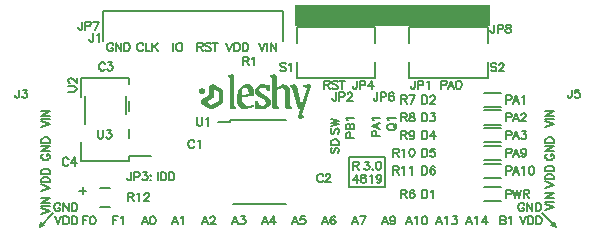
<source format=gto>
%FSLAX46Y46*%
%MOMM*%
%ADD10C,0.150000*%
G01*
%LPD*%
G36*
X16250000Y18000000D02*
X-250000Y18000000D01*
X-250000Y19750000D01*
X16250000Y19750000D01*
X16250000Y18000000D01*
D02*
G37*
%LPD*%
G36*
X-5766769Y11087032D02*
X-5766769Y13626594D01*
X-5931521Y13690653D01*
X-5931521Y13860007D01*
X-5505928Y13933086D01*
X-5354983Y13782141D01*
X-5354983Y11247181D01*
X-5199435Y11178520D01*
X-5199435Y11009351D01*
X-5615823Y10936087D01*
X-5615823Y10936087D01*
X-5766769Y11087032D01*
D02*
G37*
%LPD*%
G36*
X-3662003Y12079958D02*
X-4105818Y12258513D01*
X-4732609Y12176045D01*
X-4741813Y11988470D01*
X-3662003Y12079958D01*
D02*
G37*
%LPD*%
G36*
X-1740212Y12551384D02*
X-1740212Y11247181D01*
X-1584665Y11178520D01*
X-1584665Y11009351D01*
X-2005655Y10936087D01*
X-2005655Y10936271D01*
X-2156600Y11087216D01*
X-2156600Y13626777D01*
X-2316749Y13690653D01*
X-2316749Y13860007D01*
X-1900361Y13933270D01*
X-1740212Y13782325D01*
X-1763038Y12748165D01*
X-1740212Y12743379D01*
X-1282589Y13063677D01*
X-1004077Y13027230D01*
X-796987Y12902423D01*
X-668132Y12666065D01*
X-623768Y12294960D01*
X-623768Y11247181D01*
X-463618Y11178520D01*
X-463618Y11009351D01*
X-884609Y10936087D01*
X-1040157Y11087032D01*
X-1040157Y12294960D01*
X-1072003Y12547518D01*
X-1147107Y12674902D01*
X-1305416Y12725155D01*
X-1740212Y12551384D01*
D02*
G37*
%LPD*%
G36*
X-6314959Y12488245D02*
X-6409575Y12651706D01*
X-7207561Y13113195D01*
X-7491044Y12948812D01*
X-7491044Y12135916D01*
X-7207561Y11863296D01*
X-7113129Y12026758D01*
X-7113129Y12622070D01*
X-6692874Y12379087D01*
X-6692874Y11674430D01*
X-6314959Y11566191D01*
X-6314959Y12488245D01*
D02*
G37*
%LPD*%
G36*
X-4694872Y12565558D02*
X-4732609Y12176045D01*
X-4741813Y11988470D01*
X-4693400Y11620126D01*
X-4577061Y11398310D01*
X-4316220Y11260987D01*
X-3726063Y11283812D01*
X-3726063Y11096237D01*
X-4421515Y10936087D01*
X-4698554Y10993152D01*
X-4941908Y11168948D01*
X-5115126Y11470837D01*
X-5181028Y11906186D01*
X-5071315Y12615444D01*
X-4736658Y12905921D01*
X-4384883Y13086688D01*
X-4082808Y13049135D01*
X-3855286Y12902423D01*
X-3711888Y12596299D01*
X-3662003Y12079958D01*
X-4105818Y12258513D01*
X-4176137Y12665697D01*
X-4273699Y12774488D01*
X-4421515Y12812041D01*
X-4595469Y12780010D01*
X-4694872Y12565558D01*
D02*
G37*
%LPD*%
G36*
X-3516028Y12162976D02*
X-3625371Y12441488D01*
X-3602544Y12665697D01*
X-3359376Y12921384D01*
X-3112895Y13063861D01*
X-2353383Y13027230D01*
X-2367003Y12468917D01*
X-2623243Y12468917D01*
X-2655272Y12711349D01*
X-3144925Y12784612D01*
X-3217453Y12741722D01*
X-3245617Y12592434D01*
X-3139218Y12407250D01*
X-2916113Y12263116D01*
X-2502671Y12012032D01*
X-2328715Y11848017D01*
X-2257291Y11654550D01*
X-2289323Y11421135D01*
X-2527705Y11120352D01*
X-2810819Y10936087D01*
X-2810819Y10935903D01*
X-3634574Y10995545D01*
X-3625371Y11654366D01*
X-3396560Y11658967D01*
X-3300472Y11311241D01*
X-2838248Y11215152D01*
X-2696506Y11494400D01*
X-2792595Y11694495D01*
X-3135720Y11901584D01*
X-3516028Y12162976D01*
D02*
G37*
%LPD*%
G36*
X-8332656Y12354235D02*
X-8100899Y12220409D01*
X-7869143Y12354235D01*
X-7869143Y12621886D01*
X-8100899Y12755711D01*
X-8332656Y12621886D01*
X-8332656Y12354235D01*
D02*
G37*
%LPD*%
G36*
X-6409391Y11401808D02*
X-6314959Y11566191D01*
X-6692874Y11674430D01*
X-7301993Y11322102D01*
X-7723352Y11565086D01*
X-7207561Y11863296D01*
X-7491044Y12135916D01*
X-8195702Y11729470D01*
X-8195702Y11401808D01*
X-7396611Y10941241D01*
X-7207561Y10941241D01*
X-6409391Y11401808D01*
D02*
G37*
%LPD*%
G36*
X108317Y10149146D02*
X565939Y10204002D01*
X565939Y10373355D01*
X387566Y10455639D01*
X520103Y10977321D01*
X1128671Y12899110D01*
X996134Y13059259D01*
X469849Y13027230D01*
X469849Y12807439D01*
X744312Y12775408D01*
X359954Y11366096D01*
X314303Y11366096D01*
X209008Y11855749D01*
X-56435Y12921936D01*
X-239410Y13059259D01*
X-628371Y13004220D01*
X-628371Y12816642D01*
X-449813Y12766389D01*
X35238Y11000147D01*
X103715Y10963515D01*
X222814Y10981923D01*
X7625Y10332122D01*
X108317Y10149146D01*
X108317Y10149146D01*
D02*
G37*
G01*
%LPD*%
D10*
X21669334Y9675000D02*
X20969334Y9408333D01*
D10*
X21669334Y9675000D02*
X20969334Y9941667D01*
D10*
X21669334Y10108333D02*
X20969334Y10108333D01*
D10*
X21669334Y10375000D02*
X20969334Y10375000D01*
D10*
X21669334Y10841667D02*
X20969334Y10375000D01*
D10*
X21669334Y10841667D02*
X20969334Y10841667D01*
D10*
X-21002666Y4322000D02*
X-21702666Y4055333D01*
D10*
X-21002666Y4322000D02*
X-21702666Y4588667D01*
D10*
X-21002666Y4755333D02*
X-21702666Y4755333D01*
D10*
X-21702666Y4988666D02*
X-21702666Y4755333D01*
D10*
X-21669334Y5088666D02*
X-21702666Y4988666D01*
D10*
X-21602666Y5155333D02*
X-21669334Y5088666D01*
D10*
X-21536000Y5188666D02*
X-21602666Y5155333D01*
D10*
X-21436000Y5222000D02*
X-21536000Y5188666D01*
D10*
X-21269334Y5222000D02*
X-21436000Y5222000D01*
D10*
X-21169334Y5188666D02*
X-21269334Y5222000D01*
D10*
X-21102666Y5155333D02*
X-21169334Y5188666D01*
D10*
X-21036000Y5088666D02*
X-21102666Y5155333D01*
D10*
X-21002666Y4988666D02*
X-21036000Y5088666D01*
D10*
X-21002666Y4755333D02*
X-21002666Y4988666D01*
D10*
X-21002666Y5455333D02*
X-21702666Y5455333D01*
D10*
X-21702666Y5688666D02*
X-21702666Y5455333D01*
D10*
X-21669334Y5788666D02*
X-21702666Y5688666D01*
D10*
X-21602666Y5855333D02*
X-21669334Y5788666D01*
D10*
X-21536000Y5888666D02*
X-21602666Y5855333D01*
D10*
X-21436000Y5922000D02*
X-21536000Y5888666D01*
D10*
X-21269334Y5922000D02*
X-21436000Y5922000D01*
D10*
X-21169334Y5888666D02*
X-21269334Y5922000D01*
D10*
X-21102666Y5855333D02*
X-21169334Y5888666D01*
D10*
X-21036000Y5788666D02*
X-21102666Y5855333D01*
D10*
X-21002666Y5688666D02*
X-21036000Y5788666D01*
D10*
X-21002666Y5455333D02*
X-21002666Y5688666D01*
D10*
X-10634667Y1190666D02*
X-10368000Y1890666D01*
D10*
X-10101333Y1190666D02*
X-10368000Y1890666D01*
D10*
X-10201333Y1424000D02*
X-10534667Y1424000D01*
D10*
X-9801333Y1790666D02*
X-9868000Y1757333D01*
D10*
X-9701333Y1890666D02*
X-9801333Y1790666D01*
D10*
X-9701333Y1190666D02*
X-9701333Y1890666D01*
D10*
X16650000Y17583334D02*
X16650000Y18116666D01*
D10*
X16616667Y17483334D02*
X16650000Y17583334D01*
D10*
X16583333Y17450000D02*
X16616667Y17483334D01*
D10*
X16516667Y17416666D02*
X16583333Y17450000D01*
D10*
X16450000Y17416666D02*
X16516667Y17416666D01*
D10*
X16383333Y17450000D02*
X16450000Y17416666D01*
D10*
X16350000Y17483334D02*
X16383333Y17450000D01*
D10*
X16316667Y17583334D02*
X16350000Y17483334D01*
D10*
X16316667Y17650000D02*
X16316667Y17583334D01*
D10*
X16916666Y17416666D02*
X16916666Y18116666D01*
D10*
X17216666Y18116666D02*
X16916666Y18116666D01*
D10*
X17316666Y18083334D02*
X17216666Y18116666D01*
D10*
X17350000Y18050000D02*
X17316666Y18083334D01*
D10*
X17383334Y17983334D02*
X17350000Y18050000D01*
D10*
X17383334Y17883334D02*
X17383334Y17983334D01*
D10*
X17350000Y17816666D02*
X17383334Y17883334D01*
D10*
X17316666Y17783334D02*
X17350000Y17816666D01*
D10*
X17216666Y17750000D02*
X17316666Y17783334D01*
D10*
X16916666Y17750000D02*
X17216666Y17750000D01*
D10*
X17650000Y18083334D02*
X17750000Y18116666D01*
D10*
X17616666Y18016666D02*
X17650000Y18083334D01*
D10*
X17616666Y17950000D02*
X17616666Y18016666D01*
D10*
X17650000Y17883334D02*
X17616666Y17950000D01*
D10*
X17716666Y17850000D02*
X17650000Y17883334D01*
D10*
X17850000Y17816666D02*
X17716666Y17850000D01*
D10*
X17950000Y17783334D02*
X17850000Y17816666D01*
D10*
X18016666Y17716666D02*
X17950000Y17783334D01*
D10*
X18050000Y17650000D02*
X18016666Y17716666D01*
D10*
X18050000Y17550000D02*
X18050000Y17650000D01*
D10*
X18016666Y17483334D02*
X18050000Y17550000D01*
D10*
X17983334Y17450000D02*
X18016666Y17483334D01*
D10*
X17883334Y17416666D02*
X17983334Y17450000D01*
D10*
X17750000Y17416666D02*
X17883334Y17416666D01*
D10*
X17650000Y17450000D02*
X17750000Y17416666D01*
D10*
X17616666Y17483334D02*
X17650000Y17450000D01*
D10*
X17583334Y17550000D02*
X17616666Y17483334D01*
D10*
X17583334Y17650000D02*
X17583334Y17550000D01*
D10*
X17616666Y17716666D02*
X17583334Y17650000D01*
D10*
X17683334Y17783334D02*
X17616666Y17716666D01*
D10*
X17783334Y17816666D02*
X17683334Y17783334D01*
D10*
X17916666Y17850000D02*
X17783334Y17816666D01*
D10*
X17983334Y17883334D02*
X17916666Y17850000D01*
D10*
X18016666Y17950000D02*
X17983334Y17883334D01*
D10*
X18016666Y18016666D02*
X18016666Y17950000D01*
D10*
X17983334Y18083334D02*
X18016666Y18016666D01*
D10*
X17883334Y18116666D02*
X17983334Y18083334D01*
D10*
X17750000Y18116666D02*
X17883334Y18116666D01*
D10*
X10516667Y3416666D02*
X10516667Y4116666D01*
D10*
X10750000Y4116666D02*
X10516667Y4116666D01*
D10*
X10850000Y4083333D02*
X10750000Y4116666D01*
D10*
X10916667Y4016666D02*
X10850000Y4083333D01*
D10*
X10950000Y3950000D02*
X10916667Y4016666D01*
D10*
X10983333Y3850000D02*
X10950000Y3950000D01*
D10*
X10983333Y3683333D02*
X10983333Y3850000D01*
D10*
X10950000Y3583333D02*
X10983333Y3683333D01*
D10*
X10916667Y3516666D02*
X10950000Y3583333D01*
D10*
X10850000Y3450000D02*
X10916667Y3516666D01*
D10*
X10750000Y3416666D02*
X10850000Y3450000D01*
D10*
X10516667Y3416666D02*
X10750000Y3416666D01*
D10*
X11350000Y4016666D02*
X11283333Y3983333D01*
D10*
X11450000Y4116666D02*
X11350000Y4016666D01*
D10*
X11450000Y3416666D02*
X11450000Y4116666D01*
D10*
X19134334Y2933666D02*
X19167666Y2867000D01*
D10*
X19067666Y3000333D02*
X19134334Y2933666D01*
D10*
X19001000Y3033666D02*
X19067666Y3000333D01*
D10*
X18867666Y3033666D02*
X19001000Y3033666D01*
D10*
X18801000Y3000333D02*
X18867666Y3033666D01*
D10*
X18734334Y2933666D02*
X18801000Y3000333D01*
D10*
X18701000Y2867000D02*
X18734334Y2933666D01*
D10*
X18667666Y2767000D02*
X18701000Y2867000D01*
D10*
X18667666Y2600333D02*
X18667666Y2767000D01*
D10*
X18701000Y2500333D02*
X18667666Y2600333D01*
D10*
X18734334Y2433666D02*
X18701000Y2500333D01*
D10*
X18801000Y2367000D02*
X18734334Y2433666D01*
D10*
X18867666Y2333666D02*
X18801000Y2367000D01*
D10*
X19001000Y2333666D02*
X18867666Y2333666D01*
D10*
X19067666Y2367000D02*
X19001000Y2333666D01*
D10*
X19134334Y2433666D02*
X19067666Y2367000D01*
D10*
X19167666Y2500333D02*
X19134334Y2433666D01*
D10*
X19167666Y2600333D02*
X19167666Y2500333D01*
D10*
X19167666Y2600333D02*
X19001000Y2600333D01*
D10*
X19401000Y2333666D02*
X19401000Y3033666D01*
D10*
X19867666Y2333666D02*
X19401000Y3033666D01*
D10*
X19867666Y2333666D02*
X19867666Y3033666D01*
D10*
X20134334Y2333666D02*
X20134334Y3033666D01*
D10*
X20367666Y3033666D02*
X20134334Y3033666D01*
D10*
X20467666Y3000333D02*
X20367666Y3033666D01*
D10*
X20534334Y2933666D02*
X20467666Y3000333D01*
D10*
X20567666Y2867000D02*
X20534334Y2933666D01*
D10*
X20601000Y2767000D02*
X20567666Y2867000D01*
D10*
X20601000Y2600333D02*
X20601000Y2767000D01*
D10*
X20567666Y2500333D02*
X20601000Y2600333D01*
D10*
X20534334Y2433666D02*
X20567666Y2500333D01*
D10*
X20467666Y2367000D02*
X20534334Y2433666D01*
D10*
X20367666Y2333666D02*
X20467666Y2367000D01*
D10*
X20134334Y2333666D02*
X20367666Y2333666D01*
D10*
X-4616666Y14666667D02*
X-4616666Y15366667D01*
D10*
X-4316666Y15366667D02*
X-4616666Y15366667D01*
D10*
X-4216666Y15333333D02*
X-4316666Y15366667D01*
D10*
X-4183333Y15300000D02*
X-4216666Y15333333D01*
D10*
X-4150000Y15233333D02*
X-4183333Y15300000D01*
D10*
X-4150000Y15166667D02*
X-4150000Y15233333D01*
D10*
X-4183333Y15100000D02*
X-4150000Y15166667D01*
D10*
X-4216666Y15066667D02*
X-4183333Y15100000D01*
D10*
X-4316666Y15033333D02*
X-4216666Y15066667D01*
D10*
X-4616666Y15033333D02*
X-4316666Y15033333D01*
D10*
X-4150000Y14666667D02*
X-4383333Y15033333D01*
D10*
X-3783333Y15266667D02*
X-3850000Y15233333D01*
D10*
X-3683333Y15366667D02*
X-3783333Y15266667D01*
D10*
X-3683333Y14666667D02*
X-3683333Y15366667D01*
D10*
X17633334Y11416667D02*
X17633334Y12116667D01*
D10*
X17933334Y12116667D02*
X17633334Y12116667D01*
D10*
X18033334Y12083333D02*
X17933334Y12116667D01*
D10*
X18066666Y12050000D02*
X18033334Y12083333D01*
D10*
X18100000Y11983333D02*
X18066666Y12050000D01*
D10*
X18100000Y11883333D02*
X18100000Y11983333D01*
D10*
X18066666Y11816667D02*
X18100000Y11883333D01*
D10*
X18033334Y11783333D02*
X18066666Y11816667D01*
D10*
X17933334Y11750000D02*
X18033334Y11783333D01*
D10*
X17633334Y11750000D02*
X17933334Y11750000D01*
D10*
X18233334Y11416667D02*
X18500000Y12116667D01*
D10*
X18766666Y11416667D02*
X18500000Y12116667D01*
D10*
X18666666Y11650000D02*
X18333334Y11650000D01*
D10*
X19066666Y12016667D02*
X19000000Y11983333D01*
D10*
X19166666Y12116667D02*
X19066666Y12016667D01*
D10*
X19166666Y11416667D02*
X19166666Y12116667D01*
D10*
X10516667Y5416666D02*
X10516667Y6116666D01*
D10*
X10750000Y6116666D02*
X10516667Y6116666D01*
D10*
X10850000Y6083333D02*
X10750000Y6116666D01*
D10*
X10916667Y6016666D02*
X10850000Y6083333D01*
D10*
X10950000Y5950000D02*
X10916667Y6016666D01*
D10*
X10983333Y5850000D02*
X10950000Y5950000D01*
D10*
X10983333Y5683333D02*
X10983333Y5850000D01*
D10*
X10950000Y5583333D02*
X10983333Y5683333D01*
D10*
X10916667Y5516666D02*
X10950000Y5583333D01*
D10*
X10850000Y5450000D02*
X10916667Y5516666D01*
D10*
X10750000Y5416666D02*
X10850000Y5450000D01*
D10*
X10516667Y5416666D02*
X10750000Y5416666D01*
D10*
X11583333Y6083333D02*
X11616667Y6016666D01*
D10*
X11483333Y6116666D02*
X11583333Y6083333D01*
D10*
X11416667Y6116666D02*
X11483333Y6116666D01*
D10*
X11316667Y6083333D02*
X11416667Y6116666D01*
D10*
X11250000Y5983333D02*
X11316667Y6083333D01*
D10*
X11216667Y5816666D02*
X11250000Y5983333D01*
D10*
X11216667Y5650000D02*
X11216667Y5816666D01*
D10*
X11250000Y5516666D02*
X11216667Y5650000D01*
D10*
X11316667Y5450000D02*
X11250000Y5516666D01*
D10*
X11416667Y5416666D02*
X11316667Y5450000D01*
D10*
X11450000Y5416666D02*
X11416667Y5416666D01*
D10*
X11550000Y5450000D02*
X11450000Y5416666D01*
D10*
X11616667Y5516666D02*
X11550000Y5450000D01*
D10*
X11650000Y5616666D02*
X11616667Y5516666D01*
D10*
X11650000Y5650000D02*
X11650000Y5616666D01*
D10*
X11616667Y5750000D02*
X11650000Y5650000D01*
D10*
X11550000Y5816666D02*
X11616667Y5750000D01*
D10*
X11450000Y5850000D02*
X11550000Y5816666D01*
D10*
X11416667Y5850000D02*
X11450000Y5850000D01*
D10*
X11316667Y5816666D02*
X11416667Y5850000D01*
D10*
X11250000Y5750000D02*
X11316667Y5816666D01*
D10*
X11216667Y5650000D02*
X11250000Y5750000D01*
D10*
X23200000Y12083333D02*
X23200000Y12616667D01*
D10*
X23166666Y11983333D02*
X23200000Y12083333D01*
D10*
X23133334Y11950000D02*
X23166666Y11983333D01*
D10*
X23066666Y11916667D02*
X23133334Y11950000D01*
D10*
X23000000Y11916667D02*
X23066666Y11916667D01*
D10*
X22933334Y11950000D02*
X23000000Y11916667D01*
D10*
X22900000Y11983333D02*
X22933334Y11950000D01*
D10*
X22866666Y12083333D02*
X22900000Y11983333D01*
D10*
X22866666Y12150000D02*
X22866666Y12083333D01*
D10*
X23500000Y12616667D02*
X23833334Y12616667D01*
D10*
X23466666Y12316667D02*
X23500000Y12616667D01*
D10*
X23500000Y12350000D02*
X23466666Y12316667D01*
D10*
X23600000Y12383333D02*
X23500000Y12350000D01*
D10*
X23700000Y12383333D02*
X23600000Y12383333D01*
D10*
X23800000Y12350000D02*
X23700000Y12383333D01*
D10*
X23866666Y12283333D02*
X23800000Y12350000D01*
D10*
X23900000Y12183333D02*
X23866666Y12283333D01*
D10*
X23900000Y12116667D02*
X23900000Y12183333D01*
D10*
X23866666Y12016667D02*
X23900000Y12116667D01*
D10*
X23800000Y11950000D02*
X23866666Y12016667D01*
D10*
X23700000Y11916667D02*
X23800000Y11950000D01*
D10*
X23600000Y11916667D02*
X23700000Y11916667D01*
D10*
X23500000Y11950000D02*
X23600000Y11916667D01*
D10*
X23466666Y11983333D02*
X23500000Y11950000D01*
D10*
X23433334Y12050000D02*
X23466666Y11983333D01*
D10*
X17633334Y3416666D02*
X17633334Y4116666D01*
D10*
X17933334Y4116666D02*
X17633334Y4116666D01*
D10*
X18033334Y4083333D02*
X17933334Y4116666D01*
D10*
X18066666Y4050000D02*
X18033334Y4083333D01*
D10*
X18100000Y3983333D02*
X18066666Y4050000D01*
D10*
X18100000Y3883333D02*
X18100000Y3983333D01*
D10*
X18066666Y3816666D02*
X18100000Y3883333D01*
D10*
X18033334Y3783333D02*
X18066666Y3816666D01*
D10*
X17933334Y3750000D02*
X18033334Y3783333D01*
D10*
X17633334Y3750000D02*
X17933334Y3750000D01*
D10*
X18433334Y3416666D02*
X18266666Y4116666D01*
D10*
X18433334Y3416666D02*
X18600000Y4116666D01*
D10*
X18766666Y3416666D02*
X18600000Y4116666D01*
D10*
X18766666Y3416666D02*
X18933334Y4116666D01*
D10*
X19133334Y3416666D02*
X19133334Y4116666D01*
D10*
X19433334Y4116666D02*
X19133334Y4116666D01*
D10*
X19533334Y4083333D02*
X19433334Y4116666D01*
D10*
X19566666Y4050000D02*
X19533334Y4083333D01*
D10*
X19600000Y3983333D02*
X19566666Y4050000D01*
D10*
X19600000Y3916666D02*
X19600000Y3983333D01*
D10*
X19566666Y3850000D02*
X19600000Y3916666D01*
D10*
X19533334Y3816666D02*
X19566666Y3850000D01*
D10*
X19433334Y3783333D02*
X19533334Y3816666D01*
D10*
X19133334Y3783333D02*
X19433334Y3783333D01*
D10*
X19600000Y3416666D02*
X19366666Y3783333D01*
D10*
X17633334Y6916666D02*
X17633334Y7616666D01*
D10*
X17933334Y7616666D02*
X17633334Y7616666D01*
D10*
X18033334Y7583333D02*
X17933334Y7616666D01*
D10*
X18066666Y7550000D02*
X18033334Y7583333D01*
D10*
X18100000Y7483333D02*
X18066666Y7550000D01*
D10*
X18100000Y7383333D02*
X18100000Y7483333D01*
D10*
X18066666Y7316666D02*
X18100000Y7383333D01*
D10*
X18033334Y7283333D02*
X18066666Y7316666D01*
D10*
X17933334Y7250000D02*
X18033334Y7283333D01*
D10*
X17633334Y7250000D02*
X17933334Y7250000D01*
D10*
X18233334Y6916666D02*
X18500000Y7616666D01*
D10*
X18766666Y6916666D02*
X18500000Y7616666D01*
D10*
X18666666Y7150000D02*
X18333334Y7150000D01*
D10*
X19300000Y7283333D02*
X19333334Y7383333D01*
D10*
X19233334Y7216666D02*
X19300000Y7283333D01*
D10*
X19133334Y7183333D02*
X19233334Y7216666D01*
D10*
X19100000Y7183333D02*
X19133334Y7183333D01*
D10*
X19000000Y7216666D02*
X19100000Y7183333D01*
D10*
X18933334Y7283333D02*
X19000000Y7216666D01*
D10*
X18900000Y7383333D02*
X18933334Y7283333D01*
D10*
X18900000Y7416666D02*
X18900000Y7383333D01*
D10*
X18933334Y7516666D02*
X18900000Y7416666D01*
D10*
X19000000Y7583333D02*
X18933334Y7516666D01*
D10*
X19100000Y7616666D02*
X19000000Y7583333D01*
D10*
X19133334Y7616666D02*
X19100000Y7616666D01*
D10*
X19233334Y7583333D02*
X19133334Y7616666D01*
D10*
X19300000Y7516666D02*
X19233334Y7583333D01*
D10*
X19333334Y7383333D02*
X19300000Y7516666D01*
D10*
X19333334Y7216666D02*
X19333334Y7383333D01*
D10*
X19300000Y7050000D02*
X19333334Y7216666D01*
D10*
X19233334Y6950000D02*
X19300000Y7050000D01*
D10*
X19133334Y6916666D02*
X19233334Y6950000D01*
D10*
X19066666Y6916666D02*
X19133334Y6916666D01*
D10*
X18966666Y6950000D02*
X19066666Y6916666D01*
D10*
X18933334Y7016666D02*
X18966666Y6950000D01*
D10*
X-8541656Y9755268D02*
X-8541656Y10255268D01*
D10*
X-8508322Y9655268D02*
X-8541656Y9755268D01*
D10*
X-8441656Y9588601D02*
X-8508322Y9655268D01*
D10*
X-8341655Y9555268D02*
X-8441656Y9588601D01*
D10*
X-8274989Y9555268D02*
X-8341655Y9555268D01*
D10*
X-8174989Y9588601D02*
X-8274989Y9555268D01*
D10*
X-8108322Y9655268D02*
X-8174989Y9588601D01*
D10*
X-8074989Y9755268D02*
X-8108322Y9655268D01*
D10*
X-8074989Y10255268D02*
X-8074989Y9755268D01*
D10*
X-7674989Y10155268D02*
X-7741655Y10121934D01*
D10*
X-7574989Y10255268D02*
X-7674989Y10155268D01*
D10*
X-7574989Y9555268D02*
X-7574989Y10255268D01*
D10*
X9177333Y1190666D02*
X9444000Y1890666D01*
D10*
X9710667Y1190666D02*
X9444000Y1890666D01*
D10*
X9610667Y1424000D02*
X9277333Y1424000D01*
D10*
X10010667Y1790666D02*
X9944000Y1757333D01*
D10*
X10110667Y1890666D02*
X10010667Y1790666D01*
D10*
X10110667Y1190666D02*
X10110667Y1890666D01*
D10*
X10610667Y1857333D02*
X10710667Y1890666D01*
D10*
X10544000Y1757333D02*
X10610667Y1857333D01*
D10*
X10510667Y1590666D02*
X10544000Y1757333D01*
D10*
X10510667Y1490666D02*
X10510667Y1590666D01*
D10*
X10544000Y1324000D02*
X10510667Y1490666D01*
D10*
X10610667Y1224000D02*
X10544000Y1324000D01*
D10*
X10710667Y1190666D02*
X10610667Y1224000D01*
D10*
X10777333Y1190666D02*
X10710667Y1190666D01*
D10*
X10877333Y1224000D02*
X10777333Y1190666D01*
D10*
X10944000Y1324000D02*
X10877333Y1224000D01*
D10*
X10977333Y1490666D02*
X10944000Y1324000D01*
D10*
X10977333Y1590666D02*
X10977333Y1490666D01*
D10*
X10944000Y1757333D02*
X10977333Y1590666D01*
D10*
X10877333Y1857333D02*
X10944000Y1757333D01*
D10*
X10777333Y1890666D02*
X10877333Y1857333D01*
D10*
X10710667Y1890666D02*
X10777333Y1890666D01*
D10*
X8766667Y11416667D02*
X8766667Y12116667D01*
D10*
X9066667Y12116667D02*
X8766667Y12116667D01*
D10*
X9166667Y12083333D02*
X9066667Y12116667D01*
D10*
X9200000Y12050000D02*
X9166667Y12083333D01*
D10*
X9233333Y11983333D02*
X9200000Y12050000D01*
D10*
X9233333Y11916667D02*
X9233333Y11983333D01*
D10*
X9200000Y11850000D02*
X9233333Y11916667D01*
D10*
X9166667Y11816667D02*
X9200000Y11850000D01*
D10*
X9066667Y11783333D02*
X9166667Y11816667D01*
D10*
X8766667Y11783333D02*
X9066667Y11783333D01*
D10*
X9233333Y11416667D02*
X9000000Y11783333D01*
D10*
X9566667Y11416667D02*
X9900000Y12116667D01*
D10*
X9900000Y12116667D02*
X9433333Y12116667D01*
D10*
X-21602666Y7122333D02*
X-21536000Y7155667D01*
D10*
X-21669334Y7055667D02*
X-21602666Y7122333D01*
D10*
X-21702666Y6989000D02*
X-21669334Y7055667D01*
D10*
X-21702666Y6855667D02*
X-21702666Y6989000D01*
D10*
X-21669334Y6789000D02*
X-21702666Y6855667D01*
D10*
X-21602666Y6722333D02*
X-21669334Y6789000D01*
D10*
X-21536000Y6689000D02*
X-21602666Y6722333D01*
D10*
X-21436000Y6655667D02*
X-21536000Y6689000D01*
D10*
X-21269334Y6655667D02*
X-21436000Y6655667D01*
D10*
X-21169334Y6689000D02*
X-21269334Y6655667D01*
D10*
X-21102666Y6722333D02*
X-21169334Y6689000D01*
D10*
X-21036000Y6789000D02*
X-21102666Y6722333D01*
D10*
X-21002666Y6855667D02*
X-21036000Y6789000D01*
D10*
X-21002666Y6989000D02*
X-21002666Y6855667D01*
D10*
X-21036000Y7055667D02*
X-21002666Y6989000D01*
D10*
X-21102666Y7122333D02*
X-21036000Y7055667D01*
D10*
X-21169334Y7155667D02*
X-21102666Y7122333D01*
D10*
X-21269334Y7155667D02*
X-21169334Y7155667D01*
D10*
X-21269334Y7155667D02*
X-21269334Y6989000D01*
D10*
X-21002666Y7389000D02*
X-21702666Y7389000D01*
D10*
X-21002666Y7855666D02*
X-21702666Y7389000D01*
D10*
X-21002666Y7855666D02*
X-21702666Y7855666D01*
D10*
X-21002666Y8122333D02*
X-21702666Y8122333D01*
D10*
X-21702666Y8355666D02*
X-21702666Y8122333D01*
D10*
X-21669334Y8455667D02*
X-21702666Y8355666D01*
D10*
X-21602666Y8522333D02*
X-21669334Y8455667D01*
D10*
X-21536000Y8555667D02*
X-21602666Y8522333D01*
D10*
X-21436000Y8589000D02*
X-21536000Y8555667D01*
D10*
X-21269334Y8589000D02*
X-21436000Y8589000D01*
D10*
X-21169334Y8555667D02*
X-21269334Y8589000D01*
D10*
X-21102666Y8522333D02*
X-21169334Y8555667D01*
D10*
X-21036000Y8455667D02*
X-21102666Y8522333D01*
D10*
X-21002666Y8355666D02*
X-21036000Y8455667D01*
D10*
X-21002666Y8122333D02*
X-21002666Y8355666D01*
D10*
X-474666Y1190666D02*
X-208000Y1890666D01*
D10*
X58666Y1190666D02*
X-208000Y1890666D01*
D10*
X-41333Y1424000D02*
X-374666Y1424000D01*
D10*
X258666Y1890666D02*
X592000Y1890666D01*
D10*
X225333Y1590666D02*
X258666Y1890666D01*
D10*
X258666Y1624000D02*
X225333Y1590666D01*
D10*
X358666Y1657333D02*
X258666Y1624000D01*
D10*
X458666Y1657333D02*
X358666Y1657333D01*
D10*
X558666Y1624000D02*
X458666Y1657333D01*
D10*
X625333Y1557333D02*
X558666Y1624000D01*
D10*
X658666Y1457333D02*
X625333Y1557333D01*
D10*
X658666Y1390666D02*
X658666Y1457333D01*
D10*
X625333Y1290666D02*
X658666Y1390666D01*
D10*
X558666Y1224000D02*
X625333Y1290666D01*
D10*
X458666Y1190666D02*
X558666Y1224000D01*
D10*
X358666Y1190666D02*
X458666Y1190666D01*
D10*
X258666Y1224000D02*
X358666Y1190666D01*
D10*
X225333Y1257333D02*
X258666Y1224000D01*
D10*
X192000Y1324000D02*
X225333Y1257333D01*
D10*
X2816666Y7625000D02*
X2883333Y7691667D01*
D10*
X2783333Y7525000D02*
X2816666Y7625000D01*
D10*
X2783333Y7391667D02*
X2783333Y7525000D01*
D10*
X2816666Y7291667D02*
X2783333Y7391667D01*
D10*
X2883333Y7225000D02*
X2816666Y7291667D01*
D10*
X2950000Y7225000D02*
X2883333Y7225000D01*
D10*
X3016666Y7258333D02*
X2950000Y7225000D01*
D10*
X3050000Y7291667D02*
X3016666Y7258333D01*
D10*
X3083333Y7358333D02*
X3050000Y7291667D01*
D10*
X3150000Y7558333D02*
X3083333Y7358333D01*
D10*
X3183333Y7625000D02*
X3150000Y7558333D01*
D10*
X3216666Y7658333D02*
X3183333Y7625000D01*
D10*
X3283333Y7691667D02*
X3216666Y7658333D01*
D10*
X3383333Y7691667D02*
X3283333Y7691667D01*
D10*
X3450000Y7625000D02*
X3383333Y7691667D01*
D10*
X3483333Y7525000D02*
X3450000Y7625000D01*
D10*
X3483333Y7391667D02*
X3483333Y7525000D01*
D10*
X3450000Y7291667D02*
X3483333Y7391667D01*
D10*
X3383333Y7225000D02*
X3450000Y7291667D01*
D10*
X3483333Y7925000D02*
X2783333Y7925000D01*
D10*
X2783333Y8158333D02*
X2783333Y7925000D01*
D10*
X2816666Y8258333D02*
X2783333Y8158333D01*
D10*
X2883333Y8325000D02*
X2816666Y8258333D01*
D10*
X2950000Y8358333D02*
X2883333Y8325000D01*
D10*
X3050000Y8391667D02*
X2950000Y8358333D01*
D10*
X3216666Y8391667D02*
X3050000Y8391667D01*
D10*
X3316666Y8358333D02*
X3216666Y8391667D01*
D10*
X3383333Y8325000D02*
X3316666Y8358333D01*
D10*
X3450000Y8258333D02*
X3383333Y8325000D01*
D10*
X3483333Y8158333D02*
X3450000Y8258333D01*
D10*
X3483333Y7925000D02*
X3483333Y8158333D01*
D10*
X2816666Y9258333D02*
X2883333Y9325000D01*
D10*
X2783333Y9158333D02*
X2816666Y9258333D01*
D10*
X2783333Y9025000D02*
X2783333Y9158333D01*
D10*
X2816666Y8925000D02*
X2783333Y9025000D01*
D10*
X2883333Y8858333D02*
X2816666Y8925000D01*
D10*
X2950000Y8858333D02*
X2883333Y8858333D01*
D10*
X3016666Y8891667D02*
X2950000Y8858333D01*
D10*
X3050000Y8925000D02*
X3016666Y8891667D01*
D10*
X3083333Y8991667D02*
X3050000Y8925000D01*
D10*
X3150000Y9191667D02*
X3083333Y8991667D01*
D10*
X3183333Y9258333D02*
X3150000Y9191667D01*
D10*
X3216666Y9291667D02*
X3183333Y9258333D01*
D10*
X3283333Y9325000D02*
X3216666Y9291667D01*
D10*
X3383333Y9325000D02*
X3283333Y9325000D01*
D10*
X3450000Y9258333D02*
X3383333Y9325000D01*
D10*
X3483333Y9158333D02*
X3450000Y9258333D01*
D10*
X3483333Y9025000D02*
X3483333Y9158333D01*
D10*
X3450000Y8925000D02*
X3483333Y9025000D01*
D10*
X3383333Y8858333D02*
X3450000Y8925000D01*
D10*
X3483333Y9658333D02*
X2783333Y9491667D01*
D10*
X3483333Y9658333D02*
X2783333Y9825000D01*
D10*
X3483333Y9991667D02*
X2783333Y9825000D01*
D10*
X3483333Y9991667D02*
X2783333Y10158333D01*
D10*
X-23600000Y12083333D02*
X-23600000Y12616667D01*
D10*
X-23633334Y11983333D02*
X-23600000Y12083333D01*
D10*
X-23666666Y11950000D02*
X-23633334Y11983333D01*
D10*
X-23733334Y11916667D02*
X-23666666Y11950000D01*
D10*
X-23800000Y11916667D02*
X-23733334Y11916667D01*
D10*
X-23866666Y11950000D02*
X-23800000Y11916667D01*
D10*
X-23900000Y11983333D02*
X-23866666Y11950000D01*
D10*
X-23933334Y12083333D02*
X-23900000Y11983333D01*
D10*
X-23933334Y12150000D02*
X-23933334Y12083333D01*
D10*
X-22933334Y12616667D02*
X-23300000Y12616667D01*
D10*
X-23133334Y12350000D02*
X-22933334Y12616667D01*
D10*
X-23033334Y12350000D02*
X-23133334Y12350000D01*
D10*
X-22966666Y12316667D02*
X-23033334Y12350000D01*
D10*
X-22933334Y12283333D02*
X-22966666Y12316667D01*
D10*
X-22900000Y12183333D02*
X-22933334Y12283333D01*
D10*
X-22900000Y12116667D02*
X-22900000Y12183333D01*
D10*
X-22933334Y12016667D02*
X-22900000Y12116667D01*
D10*
X-23000000Y11950000D02*
X-22933334Y12016667D01*
D10*
X-23100000Y11916667D02*
X-23000000Y11950000D01*
D10*
X-23200000Y11916667D02*
X-23100000Y11916667D01*
D10*
X-23300000Y11950000D02*
X-23200000Y11916667D01*
D10*
X-23333334Y11983333D02*
X-23300000Y11950000D01*
D10*
X-23366666Y12050000D02*
X-23333334Y11983333D01*
D10*
X-17916666Y4066666D02*
X-18516666Y4066666D01*
D10*
X-18216666Y4366666D02*
X-18216666Y3766666D01*
D10*
X-8800000Y8266666D02*
X-8766667Y8200000D01*
D10*
X-8866667Y8333333D02*
X-8800000Y8266666D01*
D10*
X-8933333Y8366666D02*
X-8866667Y8333333D01*
D10*
X-9066667Y8366666D02*
X-8933333Y8366666D01*
D10*
X-9133333Y8333333D02*
X-9066667Y8366666D01*
D10*
X-9200000Y8266666D02*
X-9133333Y8333333D01*
D10*
X-9233333Y8200000D02*
X-9200000Y8266666D01*
D10*
X-9266667Y8100000D02*
X-9233333Y8200000D01*
D10*
X-9266667Y7933333D02*
X-9266667Y8100000D01*
D10*
X-9233333Y7833333D02*
X-9266667Y7933333D01*
D10*
X-9200000Y7766666D02*
X-9233333Y7833333D01*
D10*
X-9133333Y7700000D02*
X-9200000Y7766666D01*
D10*
X-9066667Y7666666D02*
X-9133333Y7700000D01*
D10*
X-8933333Y7666666D02*
X-9066667Y7666666D01*
D10*
X-8866667Y7700000D02*
X-8933333Y7666666D01*
D10*
X-8800000Y7766666D02*
X-8866667Y7700000D01*
D10*
X-8766667Y7833333D02*
X-8800000Y7766666D01*
D10*
X-8400000Y8266666D02*
X-8466667Y8233333D01*
D10*
X-8300000Y8366666D02*
X-8400000Y8266666D01*
D10*
X-8300000Y7666666D02*
X-8300000Y8366666D01*
D10*
X10516667Y9916667D02*
X10516667Y10616667D01*
D10*
X10750000Y10616667D02*
X10516667Y10616667D01*
D10*
X10850000Y10583333D02*
X10750000Y10616667D01*
D10*
X10916667Y10516667D02*
X10850000Y10583333D01*
D10*
X10950000Y10450000D02*
X10916667Y10516667D01*
D10*
X10983333Y10350000D02*
X10950000Y10450000D01*
D10*
X10983333Y10183333D02*
X10983333Y10350000D01*
D10*
X10950000Y10083333D02*
X10983333Y10183333D01*
D10*
X10916667Y10016667D02*
X10950000Y10083333D01*
D10*
X10850000Y9950000D02*
X10916667Y10016667D01*
D10*
X10750000Y9916667D02*
X10850000Y9950000D01*
D10*
X10516667Y9916667D02*
X10750000Y9916667D01*
D10*
X11616667Y10616667D02*
X11250000Y10616667D01*
D10*
X11416667Y10350000D02*
X11616667Y10616667D01*
D10*
X11516667Y10350000D02*
X11416667Y10350000D01*
D10*
X11583333Y10316667D02*
X11516667Y10350000D01*
D10*
X11616667Y10283333D02*
X11583333Y10316667D01*
D10*
X11650000Y10183333D02*
X11616667Y10283333D01*
D10*
X11650000Y10116667D02*
X11650000Y10183333D01*
D10*
X11616667Y10016667D02*
X11650000Y10116667D01*
D10*
X11550000Y9950000D02*
X11616667Y10016667D01*
D10*
X11450000Y9916667D02*
X11550000Y9950000D01*
D10*
X11350000Y9916667D02*
X11450000Y9916667D01*
D10*
X11250000Y9950000D02*
X11350000Y9916667D01*
D10*
X11216667Y9983333D02*
X11250000Y9950000D01*
D10*
X11183333Y10050000D02*
X11216667Y9983333D01*
D10*
X6983333Y8641667D02*
X6283333Y8641667D01*
D10*
X6283333Y8941667D02*
X6283333Y8641667D01*
D10*
X6316666Y9041667D02*
X6283333Y8941667D01*
D10*
X6350000Y9075000D02*
X6316666Y9041667D01*
D10*
X6416666Y9108333D02*
X6350000Y9075000D01*
D10*
X6516666Y9108333D02*
X6416666Y9108333D01*
D10*
X6583333Y9075000D02*
X6516666Y9108333D01*
D10*
X6616666Y9041667D02*
X6583333Y9075000D01*
D10*
X6650000Y8941667D02*
X6616666Y9041667D01*
D10*
X6650000Y8641667D02*
X6650000Y8941667D01*
D10*
X6983333Y9241667D02*
X6283333Y9508333D01*
D10*
X6983333Y9775000D02*
X6283333Y9508333D01*
D10*
X6750000Y9675000D02*
X6750000Y9341667D01*
D10*
X6383333Y10075000D02*
X6416666Y10008333D01*
D10*
X6283333Y10175000D02*
X6383333Y10075000D01*
D10*
X6983333Y10175000D02*
X6283333Y10175000D01*
D10*
X4783333Y8541667D02*
X4083333Y8541667D01*
D10*
X4083333Y8841667D02*
X4083333Y8541667D01*
D10*
X4116666Y8941667D02*
X4083333Y8841667D01*
D10*
X4150000Y8975000D02*
X4116666Y8941667D01*
D10*
X4216666Y9008333D02*
X4150000Y8975000D01*
D10*
X4316666Y9008333D02*
X4216666Y9008333D01*
D10*
X4383333Y8975000D02*
X4316666Y9008333D01*
D10*
X4416666Y8941667D02*
X4383333Y8975000D01*
D10*
X4450000Y8841667D02*
X4416666Y8941667D01*
D10*
X4450000Y8541667D02*
X4450000Y8841667D01*
D10*
X4783333Y9241667D02*
X4083333Y9241667D01*
D10*
X4083333Y9541667D02*
X4083333Y9241667D01*
D10*
X4116666Y9641667D02*
X4083333Y9541667D01*
D10*
X4150000Y9675000D02*
X4116666Y9641667D01*
D10*
X4216666Y9708333D02*
X4150000Y9675000D01*
D10*
X4283333Y9708333D02*
X4216666Y9708333D01*
D10*
X4350000Y9675000D02*
X4283333Y9708333D01*
D10*
X4383333Y9641667D02*
X4350000Y9675000D01*
D10*
X4416666Y9541667D02*
X4383333Y9641667D01*
D10*
X4416666Y9541667D02*
X4416666Y9241667D01*
D10*
X4450000Y9641667D02*
X4416666Y9541667D01*
D10*
X4483333Y9675000D02*
X4450000Y9641667D01*
D10*
X4550000Y9708333D02*
X4483333Y9675000D01*
D10*
X4650000Y9708333D02*
X4550000Y9708333D01*
D10*
X4716666Y9675000D02*
X4650000Y9708333D01*
D10*
X4750000Y9641667D02*
X4716666Y9675000D01*
D10*
X4783333Y9541667D02*
X4750000Y9641667D01*
D10*
X4783333Y9241667D02*
X4783333Y9541667D01*
D10*
X4183333Y10075000D02*
X4216666Y10008333D01*
D10*
X4083333Y10175000D02*
X4183333Y10075000D01*
D10*
X4783333Y10175000D02*
X4083333Y10175000D01*
D10*
X-13143333Y16486667D02*
X-13110000Y16420000D01*
D10*
X-13210000Y16553333D02*
X-13143333Y16486667D01*
D10*
X-13276667Y16586667D02*
X-13210000Y16553333D01*
D10*
X-13410000Y16586667D02*
X-13276667Y16586667D01*
D10*
X-13476667Y16553333D02*
X-13410000Y16586667D01*
D10*
X-13543333Y16486667D02*
X-13476667Y16553333D01*
D10*
X-13576667Y16420000D02*
X-13543333Y16486667D01*
D10*
X-13610000Y16320000D02*
X-13576667Y16420000D01*
D10*
X-13610000Y16153333D02*
X-13610000Y16320000D01*
D10*
X-13576667Y16053333D02*
X-13610000Y16153333D01*
D10*
X-13543333Y15986667D02*
X-13576667Y16053333D01*
D10*
X-13476667Y15920000D02*
X-13543333Y15986667D01*
D10*
X-13410000Y15886667D02*
X-13476667Y15920000D01*
D10*
X-13276667Y15886667D02*
X-13410000Y15886667D01*
D10*
X-13210000Y15920000D02*
X-13276667Y15886667D01*
D10*
X-13143333Y15986667D02*
X-13210000Y15920000D01*
D10*
X-13110000Y16053333D02*
X-13143333Y15986667D01*
D10*
X-12876667Y15886667D02*
X-12876667Y16586667D01*
D10*
X-12476667Y15886667D02*
X-12876667Y15886667D01*
D10*
X-12310000Y15886667D02*
X-12310000Y16586667D01*
D10*
X-12310000Y16120000D02*
X-11843333Y16586667D01*
D10*
X-11843333Y15886667D02*
X-12143333Y16286667D01*
D10*
X17633334Y8416667D02*
X17633334Y9116667D01*
D10*
X17933334Y9116667D02*
X17633334Y9116667D01*
D10*
X18033334Y9083333D02*
X17933334Y9116667D01*
D10*
X18066666Y9050000D02*
X18033334Y9083333D01*
D10*
X18100000Y8983333D02*
X18066666Y9050000D01*
D10*
X18100000Y8883333D02*
X18100000Y8983333D01*
D10*
X18066666Y8816667D02*
X18100000Y8883333D01*
D10*
X18033334Y8783333D02*
X18066666Y8816667D01*
D10*
X17933334Y8750000D02*
X18033334Y8783333D01*
D10*
X17633334Y8750000D02*
X17933334Y8750000D01*
D10*
X18233334Y8416667D02*
X18500000Y9116667D01*
D10*
X18766666Y8416667D02*
X18500000Y9116667D01*
D10*
X18666666Y8650000D02*
X18333334Y8650000D01*
D10*
X19333334Y9116667D02*
X18966666Y9116667D01*
D10*
X19133334Y8850000D02*
X19333334Y9116667D01*
D10*
X19233334Y8850000D02*
X19133334Y8850000D01*
D10*
X19300000Y8816667D02*
X19233334Y8850000D01*
D10*
X19333334Y8783333D02*
X19300000Y8816667D01*
D10*
X19366666Y8683333D02*
X19333334Y8783333D01*
D10*
X19366666Y8616667D02*
X19366666Y8683333D01*
D10*
X19333334Y8516667D02*
X19366666Y8616667D01*
D10*
X19266666Y8450000D02*
X19333334Y8516667D01*
D10*
X19166666Y8416667D02*
X19266666Y8450000D01*
D10*
X19066666Y8416667D02*
X19166666Y8416667D01*
D10*
X18966666Y8450000D02*
X19066666Y8416667D01*
D10*
X18933334Y8483333D02*
X18966666Y8450000D01*
D10*
X18900000Y8550000D02*
X18933334Y8483333D01*
D10*
X-20274000Y1190666D02*
X-20540666Y1890666D01*
D10*
X-20274000Y1190666D02*
X-20007334Y1890666D01*
D10*
X-19840666Y1190666D02*
X-19840666Y1890666D01*
D10*
X-19607334Y1890666D02*
X-19840666Y1890666D01*
D10*
X-19507334Y1857333D02*
X-19607334Y1890666D01*
D10*
X-19440666Y1790666D02*
X-19507334Y1857333D01*
D10*
X-19407334Y1724000D02*
X-19440666Y1790666D01*
D10*
X-19374000Y1624000D02*
X-19407334Y1724000D01*
D10*
X-19374000Y1457333D02*
X-19374000Y1624000D01*
D10*
X-19407334Y1357333D02*
X-19374000Y1457333D01*
D10*
X-19440666Y1290666D02*
X-19407334Y1357333D01*
D10*
X-19507334Y1224000D02*
X-19440666Y1290666D01*
D10*
X-19607334Y1190666D02*
X-19507334Y1224000D01*
D10*
X-19840666Y1190666D02*
X-19607334Y1190666D01*
D10*
X-19140666Y1190666D02*
X-19140666Y1890666D01*
D10*
X-18907334Y1890666D02*
X-19140666Y1890666D01*
D10*
X-18807334Y1857333D02*
X-18907334Y1890666D01*
D10*
X-18740666Y1790666D02*
X-18807334Y1857333D01*
D10*
X-18707334Y1724000D02*
X-18740666Y1790666D01*
D10*
X-18674000Y1624000D02*
X-18707334Y1724000D01*
D10*
X-18674000Y1457333D02*
X-18674000Y1624000D01*
D10*
X-18707334Y1357333D02*
X-18674000Y1457333D01*
D10*
X-18740666Y1290666D02*
X-18707334Y1357333D01*
D10*
X-18807334Y1224000D02*
X-18740666Y1290666D01*
D10*
X-18907334Y1190666D02*
X-18807334Y1224000D01*
D10*
X-19140666Y1190666D02*
X-18907334Y1190666D01*
D10*
X8766667Y9916667D02*
X8766667Y10616667D01*
D10*
X9066667Y10616667D02*
X8766667Y10616667D01*
D10*
X9166667Y10583333D02*
X9066667Y10616667D01*
D10*
X9200000Y10550000D02*
X9166667Y10583333D01*
D10*
X9233333Y10483333D02*
X9200000Y10550000D01*
D10*
X9233333Y10416667D02*
X9233333Y10483333D01*
D10*
X9200000Y10350000D02*
X9233333Y10416667D01*
D10*
X9166667Y10316667D02*
X9200000Y10350000D01*
D10*
X9066667Y10283333D02*
X9166667Y10316667D01*
D10*
X8766667Y10283333D02*
X9066667Y10283333D01*
D10*
X9233333Y9916667D02*
X9000000Y10283333D01*
D10*
X9500000Y10583333D02*
X9600000Y10616667D01*
D10*
X9466667Y10516667D02*
X9500000Y10583333D01*
D10*
X9466667Y10450000D02*
X9466667Y10516667D01*
D10*
X9500000Y10383333D02*
X9466667Y10450000D01*
D10*
X9566667Y10350000D02*
X9500000Y10383333D01*
D10*
X9700000Y10316667D02*
X9566667Y10350000D01*
D10*
X9800000Y10283333D02*
X9700000Y10316667D01*
D10*
X9866667Y10216667D02*
X9800000Y10283333D01*
D10*
X9900000Y10150000D02*
X9866667Y10216667D01*
D10*
X9900000Y10050000D02*
X9900000Y10150000D01*
D10*
X9866667Y9983333D02*
X9900000Y10050000D01*
D10*
X9833333Y9950000D02*
X9866667Y9983333D01*
D10*
X9733333Y9916667D02*
X9833333Y9950000D01*
D10*
X9600000Y9916667D02*
X9733333Y9916667D01*
D10*
X9500000Y9950000D02*
X9600000Y9916667D01*
D10*
X9466667Y9983333D02*
X9500000Y9950000D01*
D10*
X9433333Y10050000D02*
X9466667Y9983333D01*
D10*
X9433333Y10150000D02*
X9433333Y10050000D01*
D10*
X9466667Y10216667D02*
X9433333Y10150000D01*
D10*
X9533333Y10283333D02*
X9466667Y10216667D01*
D10*
X9633333Y10316667D02*
X9533333Y10283333D01*
D10*
X9766667Y10350000D02*
X9633333Y10316667D01*
D10*
X9833333Y10383333D02*
X9766667Y10350000D01*
D10*
X9866667Y10450000D02*
X9833333Y10383333D01*
D10*
X9866667Y10516667D02*
X9866667Y10450000D01*
D10*
X9833333Y10583333D02*
X9866667Y10516667D01*
D10*
X9733333Y10616667D02*
X9833333Y10583333D01*
D10*
X9600000Y10616667D02*
X9733333Y10616667D01*
D10*
X-18250000Y17833334D02*
X-18250000Y18366666D01*
D10*
X-18283334Y17733334D02*
X-18250000Y17833334D01*
D10*
X-18316666Y17700000D02*
X-18283334Y17733334D01*
D10*
X-18383334Y17666666D02*
X-18316666Y17700000D01*
D10*
X-18450000Y17666666D02*
X-18383334Y17666666D01*
D10*
X-18516666Y17700000D02*
X-18450000Y17666666D01*
D10*
X-18550000Y17733334D02*
X-18516666Y17700000D01*
D10*
X-18583334Y17833334D02*
X-18550000Y17733334D01*
D10*
X-18583334Y17900000D02*
X-18583334Y17833334D01*
D10*
X-17983334Y17666666D02*
X-17983334Y18366666D01*
D10*
X-17683334Y18366666D02*
X-17983334Y18366666D01*
D10*
X-17583334Y18333334D02*
X-17683334Y18366666D01*
D10*
X-17550000Y18300000D02*
X-17583334Y18333334D01*
D10*
X-17516666Y18233334D02*
X-17550000Y18300000D01*
D10*
X-17516666Y18133334D02*
X-17516666Y18233334D01*
D10*
X-17550000Y18066666D02*
X-17516666Y18133334D01*
D10*
X-17583334Y18033334D02*
X-17550000Y18066666D01*
D10*
X-17683334Y18000000D02*
X-17583334Y18033334D01*
D10*
X-17983334Y18000000D02*
X-17683334Y18000000D01*
D10*
X-17183334Y17666666D02*
X-16850000Y18366666D01*
D10*
X-16850000Y18366666D02*
X-17316666Y18366666D01*
D10*
X11717333Y1190666D02*
X11984000Y1890666D01*
D10*
X12250667Y1190666D02*
X11984000Y1890666D01*
D10*
X12150667Y1424000D02*
X11817333Y1424000D01*
D10*
X12550667Y1790666D02*
X12484000Y1757333D01*
D10*
X12650667Y1890666D02*
X12550667Y1790666D01*
D10*
X12650667Y1190666D02*
X12650667Y1890666D01*
D10*
X13484000Y1890666D02*
X13117333Y1890666D01*
D10*
X13284000Y1624000D02*
X13484000Y1890666D01*
D10*
X13384000Y1624000D02*
X13284000Y1624000D01*
D10*
X13450667Y1590666D02*
X13384000Y1624000D01*
D10*
X13484000Y1557333D02*
X13450667Y1590666D01*
D10*
X13517333Y1457333D02*
X13484000Y1557333D01*
D10*
X13517333Y1390666D02*
X13517333Y1457333D01*
D10*
X13484000Y1290666D02*
X13517333Y1390666D01*
D10*
X13417333Y1224000D02*
X13484000Y1290666D01*
D10*
X13317333Y1190666D02*
X13417333Y1224000D01*
D10*
X13217333Y1190666D02*
X13317333Y1190666D01*
D10*
X13117333Y1224000D02*
X13217333Y1190666D01*
D10*
X13084000Y1257333D02*
X13117333Y1224000D01*
D10*
X13050667Y1324000D02*
X13084000Y1257333D01*
D10*
X19050000Y1190666D02*
X18783334Y1890666D01*
D10*
X19050000Y1190666D02*
X19316666Y1890666D01*
D10*
X19483334Y1190666D02*
X19483334Y1890666D01*
D10*
X19716666Y1890666D02*
X19483334Y1890666D01*
D10*
X19816666Y1857333D02*
X19716666Y1890666D01*
D10*
X19883334Y1790666D02*
X19816666Y1857333D01*
D10*
X19916666Y1724000D02*
X19883334Y1790666D01*
D10*
X19950000Y1624000D02*
X19916666Y1724000D01*
D10*
X19950000Y1457333D02*
X19950000Y1624000D01*
D10*
X19916666Y1357333D02*
X19950000Y1457333D01*
D10*
X19883334Y1290666D02*
X19916666Y1357333D01*
D10*
X19816666Y1224000D02*
X19883334Y1290666D01*
D10*
X19716666Y1190666D02*
X19816666Y1224000D01*
D10*
X19483334Y1190666D02*
X19716666Y1190666D01*
D10*
X20183334Y1190666D02*
X20183334Y1890666D01*
D10*
X20416666Y1890666D02*
X20183334Y1890666D01*
D10*
X20516666Y1857333D02*
X20416666Y1890666D01*
D10*
X20583334Y1790666D02*
X20516666Y1857333D01*
D10*
X20616666Y1724000D02*
X20583334Y1790666D01*
D10*
X20650000Y1624000D02*
X20616666Y1724000D01*
D10*
X20650000Y1457333D02*
X20650000Y1624000D01*
D10*
X20616666Y1357333D02*
X20650000Y1457333D01*
D10*
X20583334Y1290666D02*
X20616666Y1357333D01*
D10*
X20516666Y1224000D02*
X20583334Y1290666D01*
D10*
X20416666Y1190666D02*
X20516666Y1224000D01*
D10*
X20183334Y1190666D02*
X20416666Y1190666D01*
D10*
X5000000Y12833333D02*
X5000000Y13366667D01*
D10*
X4966667Y12733333D02*
X5000000Y12833333D01*
D10*
X4933333Y12700000D02*
X4966667Y12733333D01*
D10*
X4866667Y12666667D02*
X4933333Y12700000D01*
D10*
X4800000Y12666667D02*
X4866667Y12666667D01*
D10*
X4733333Y12700000D02*
X4800000Y12666667D01*
D10*
X4700000Y12733333D02*
X4733333Y12700000D01*
D10*
X4666667Y12833333D02*
X4700000Y12733333D01*
D10*
X4666667Y12900000D02*
X4666667Y12833333D01*
D10*
X5266667Y12666667D02*
X5266667Y13366667D01*
D10*
X5566666Y13366667D02*
X5266667Y13366667D01*
D10*
X5666666Y13333333D02*
X5566666Y13366667D01*
D10*
X5700000Y13300000D02*
X5666666Y13333333D01*
D10*
X5733333Y13233333D02*
X5700000Y13300000D01*
D10*
X5733333Y13133333D02*
X5733333Y13233333D01*
D10*
X5700000Y13066667D02*
X5733333Y13133333D01*
D10*
X5666666Y13033333D02*
X5700000Y13066667D01*
D10*
X5566666Y13000000D02*
X5666666Y13033333D01*
D10*
X5266667Y13000000D02*
X5566666Y13000000D01*
D10*
X5933333Y12900000D02*
X6266666Y13366667D01*
D10*
X6433333Y12900000D02*
X5933333Y12900000D01*
D10*
X6266666Y12666667D02*
X6266666Y13366667D01*
D10*
X10516667Y6916666D02*
X10516667Y7616666D01*
D10*
X10750000Y7616666D02*
X10516667Y7616666D01*
D10*
X10850000Y7583333D02*
X10750000Y7616666D01*
D10*
X10916667Y7516666D02*
X10850000Y7583333D01*
D10*
X10950000Y7450000D02*
X10916667Y7516666D01*
D10*
X10983333Y7350000D02*
X10950000Y7450000D01*
D10*
X10983333Y7183333D02*
X10983333Y7350000D01*
D10*
X10950000Y7083333D02*
X10983333Y7183333D01*
D10*
X10916667Y7016666D02*
X10950000Y7083333D01*
D10*
X10850000Y6950000D02*
X10916667Y7016666D01*
D10*
X10750000Y6916666D02*
X10850000Y6950000D01*
D10*
X10516667Y6916666D02*
X10750000Y6916666D01*
D10*
X11250000Y7616666D02*
X11583333Y7616666D01*
D10*
X11216667Y7316666D02*
X11250000Y7616666D01*
D10*
X11250000Y7350000D02*
X11216667Y7316666D01*
D10*
X11350000Y7383333D02*
X11250000Y7350000D01*
D10*
X11450000Y7383333D02*
X11350000Y7383333D01*
D10*
X11550000Y7350000D02*
X11450000Y7383333D01*
D10*
X11616667Y7283333D02*
X11550000Y7350000D01*
D10*
X11650000Y7183333D02*
X11616667Y7283333D01*
D10*
X11650000Y7116666D02*
X11650000Y7183333D01*
D10*
X11616667Y7016666D02*
X11650000Y7116666D01*
D10*
X11550000Y6950000D02*
X11616667Y7016666D01*
D10*
X11450000Y6916666D02*
X11550000Y6950000D01*
D10*
X11350000Y6916666D02*
X11450000Y6916666D01*
D10*
X11250000Y6950000D02*
X11350000Y6916666D01*
D10*
X11216667Y6983333D02*
X11250000Y6950000D01*
D10*
X11183333Y7050000D02*
X11216667Y6983333D01*
D10*
X-21002666Y9675000D02*
X-21702666Y9408333D01*
D10*
X-21002666Y9675000D02*
X-21702666Y9941667D01*
D10*
X-21002666Y10108333D02*
X-21702666Y10108333D01*
D10*
X-21002666Y10375000D02*
X-21702666Y10375000D01*
D10*
X-21002666Y10841667D02*
X-21702666Y10375000D01*
D10*
X-21002666Y10841667D02*
X-21702666Y10841667D01*
D10*
X-21002666Y2309000D02*
X-21702666Y2042333D01*
D10*
X-21002666Y2309000D02*
X-21702666Y2575666D01*
D10*
X-21002666Y2742333D02*
X-21702666Y2742333D01*
D10*
X-21002666Y3009000D02*
X-21702666Y3009000D01*
D10*
X-21002666Y3475666D02*
X-21702666Y3009000D01*
D10*
X-21002666Y3475666D02*
X-21702666Y3475666D01*
D10*
X7616666Y9308333D02*
X7583333Y9375000D01*
D10*
X7683333Y9241667D02*
X7616666Y9308333D01*
D10*
X7750000Y9208333D02*
X7683333Y9241667D01*
D10*
X7850000Y9175000D02*
X7750000Y9208333D01*
D10*
X8016666Y9175000D02*
X7850000Y9175000D01*
D10*
X8116666Y9208333D02*
X8016666Y9175000D01*
D10*
X8183333Y9241667D02*
X8116666Y9208333D01*
D10*
X8250000Y9308333D02*
X8183333Y9241667D01*
D10*
X8283333Y9375000D02*
X8250000Y9308333D01*
D10*
X8283333Y9508333D02*
X8283333Y9375000D01*
D10*
X8250000Y9575000D02*
X8283333Y9508333D01*
D10*
X8183333Y9641667D02*
X8250000Y9575000D01*
D10*
X8116666Y9675000D02*
X8183333Y9641667D01*
D10*
X8016666Y9708333D02*
X8116666Y9675000D01*
D10*
X7850000Y9708333D02*
X8016666Y9708333D01*
D10*
X7750000Y9675000D02*
X7850000Y9708333D01*
D10*
X7683333Y9641667D02*
X7750000Y9675000D01*
D10*
X7616666Y9575000D02*
X7683333Y9641667D01*
D10*
X7583333Y9508333D02*
X7616666Y9575000D01*
D10*
X7583333Y9375000D02*
X7583333Y9508333D01*
D10*
X8350000Y9675000D02*
X8150000Y9475000D01*
D10*
X7683333Y10075000D02*
X7716666Y10008333D01*
D10*
X7583333Y10175000D02*
X7683333Y10075000D01*
D10*
X8283333Y10175000D02*
X7583333Y10175000D01*
D10*
X2233333Y12666667D02*
X2233333Y13366667D01*
D10*
X2533333Y13366667D02*
X2233333Y13366667D01*
D10*
X2633333Y13333333D02*
X2533333Y13366667D01*
D10*
X2666666Y13300000D02*
X2633333Y13333333D01*
D10*
X2700000Y13233333D02*
X2666666Y13300000D01*
D10*
X2700000Y13166667D02*
X2700000Y13233333D01*
D10*
X2666666Y13100000D02*
X2700000Y13166667D01*
D10*
X2633333Y13066667D02*
X2666666Y13100000D01*
D10*
X2533333Y13033333D02*
X2633333Y13066667D01*
D10*
X2233333Y13033333D02*
X2533333Y13033333D01*
D10*
X2700000Y12666667D02*
X2466666Y13033333D01*
D10*
X3300000Y13333333D02*
X3366666Y13266667D01*
D10*
X3200000Y13366667D02*
X3300000Y13333333D01*
D10*
X3066666Y13366667D02*
X3200000Y13366667D01*
D10*
X2966666Y13333333D02*
X3066666Y13366667D01*
D10*
X2900000Y13266667D02*
X2966666Y13333333D01*
D10*
X2900000Y13200000D02*
X2900000Y13266667D01*
D10*
X2933333Y13133333D02*
X2900000Y13200000D01*
D10*
X2966666Y13100000D02*
X2933333Y13133333D01*
D10*
X3033333Y13066667D02*
X2966666Y13100000D01*
D10*
X3233333Y13000000D02*
X3033333Y13066667D01*
D10*
X3300000Y12966667D02*
X3233333Y13000000D01*
D10*
X3333333Y12933333D02*
X3300000Y12966667D01*
D10*
X3366666Y12866667D02*
X3333333Y12933333D01*
D10*
X3366666Y12766667D02*
X3366666Y12866667D01*
D10*
X3300000Y12700000D02*
X3366666Y12766667D01*
D10*
X3200000Y12666667D02*
X3300000Y12700000D01*
D10*
X3066666Y12666667D02*
X3200000Y12666667D01*
D10*
X2966666Y12700000D02*
X3066666Y12666667D01*
D10*
X2900000Y12766667D02*
X2966666Y12700000D01*
D10*
X3733333Y12666667D02*
X3733333Y13366667D01*
D10*
X3966666Y13366667D02*
X3500000Y13366667D01*
D10*
X-5554666Y1190666D02*
X-5288000Y1890666D01*
D10*
X-5021333Y1190666D02*
X-5288000Y1890666D01*
D10*
X-5121333Y1424000D02*
X-5454666Y1424000D01*
D10*
X-4454667Y1890666D02*
X-4821333Y1890666D01*
D10*
X-4654666Y1624000D02*
X-4454667Y1890666D01*
D10*
X-4554666Y1624000D02*
X-4654666Y1624000D01*
D10*
X-4488000Y1590666D02*
X-4554666Y1624000D01*
D10*
X-4454667Y1557333D02*
X-4488000Y1590666D01*
D10*
X-4421333Y1457333D02*
X-4454667Y1557333D01*
D10*
X-4421333Y1390666D02*
X-4421333Y1457333D01*
D10*
X-4454667Y1290666D02*
X-4421333Y1390666D01*
D10*
X-4521333Y1224000D02*
X-4454667Y1290666D01*
D10*
X-4621333Y1190666D02*
X-4521333Y1224000D01*
D10*
X-4721333Y1190666D02*
X-4621333Y1190666D01*
D10*
X-4821333Y1224000D02*
X-4721333Y1190666D01*
D10*
X-4854666Y1257333D02*
X-4821333Y1224000D01*
D10*
X-4888000Y1324000D02*
X-4854666Y1257333D01*
D10*
X-15683333Y16486667D02*
X-15650000Y16420000D01*
D10*
X-15750000Y16553333D02*
X-15683333Y16486667D01*
D10*
X-15816667Y16586667D02*
X-15750000Y16553333D01*
D10*
X-15950000Y16586667D02*
X-15816667Y16586667D01*
D10*
X-16016667Y16553333D02*
X-15950000Y16586667D01*
D10*
X-16083333Y16486667D02*
X-16016667Y16553333D01*
D10*
X-16116667Y16420000D02*
X-16083333Y16486667D01*
D10*
X-16150000Y16320000D02*
X-16116667Y16420000D01*
D10*
X-16150000Y16153333D02*
X-16150000Y16320000D01*
D10*
X-16116667Y16053333D02*
X-16150000Y16153333D01*
D10*
X-16083333Y15986667D02*
X-16116667Y16053333D01*
D10*
X-16016667Y15920000D02*
X-16083333Y15986667D01*
D10*
X-15950000Y15886667D02*
X-16016667Y15920000D01*
D10*
X-15816667Y15886667D02*
X-15950000Y15886667D01*
D10*
X-15750000Y15920000D02*
X-15816667Y15886667D01*
D10*
X-15683333Y15986667D02*
X-15750000Y15920000D01*
D10*
X-15650000Y16053333D02*
X-15683333Y15986667D01*
D10*
X-15650000Y16153333D02*
X-15650000Y16053333D01*
D10*
X-15650000Y16153333D02*
X-15816667Y16153333D01*
D10*
X-15416667Y15886667D02*
X-15416667Y16586667D01*
D10*
X-14950000Y15886667D02*
X-15416667Y16586667D01*
D10*
X-14950000Y15886667D02*
X-14950000Y16586667D01*
D10*
X-14683333Y15886667D02*
X-14683333Y16586667D01*
D10*
X-14450000Y16586667D02*
X-14683333Y16586667D01*
D10*
X-14350000Y16553333D02*
X-14450000Y16586667D01*
D10*
X-14283333Y16486667D02*
X-14350000Y16553333D01*
D10*
X-14250000Y16420000D02*
X-14283333Y16486667D01*
D10*
X-14216667Y16320000D02*
X-14250000Y16420000D01*
D10*
X-14216667Y16153333D02*
X-14216667Y16320000D01*
D10*
X-14250000Y16053333D02*
X-14216667Y16153333D01*
D10*
X-14283333Y15986667D02*
X-14250000Y16053333D01*
D10*
X-14350000Y15920000D02*
X-14283333Y15986667D01*
D10*
X-14450000Y15886667D02*
X-14350000Y15920000D01*
D10*
X-14683333Y15886667D02*
X-14450000Y15886667D01*
D10*
X12133333Y12666667D02*
X12133333Y13366667D01*
D10*
X12433333Y13366667D02*
X12133333Y13366667D01*
D10*
X12533333Y13333333D02*
X12433333Y13366667D01*
D10*
X12566667Y13300000D02*
X12533333Y13333333D01*
D10*
X12600000Y13233333D02*
X12566667Y13300000D01*
D10*
X12600000Y13133333D02*
X12600000Y13233333D01*
D10*
X12566667Y13066667D02*
X12600000Y13133333D01*
D10*
X12533333Y13033333D02*
X12566667Y13066667D01*
D10*
X12433333Y13000000D02*
X12533333Y13033333D01*
D10*
X12133333Y13000000D02*
X12433333Y13000000D01*
D10*
X12733333Y12666667D02*
X13000000Y13366667D01*
D10*
X13266667Y12666667D02*
X13000000Y13366667D01*
D10*
X13166667Y12900000D02*
X12833333Y12900000D01*
D10*
X13500000Y13333333D02*
X13600000Y13366667D01*
D10*
X13433333Y13233333D02*
X13500000Y13333333D01*
D10*
X13400000Y13066667D02*
X13433333Y13233333D01*
D10*
X13400000Y12966667D02*
X13400000Y13066667D01*
D10*
X13433333Y12800000D02*
X13400000Y12966667D01*
D10*
X13500000Y12700000D02*
X13433333Y12800000D01*
D10*
X13600000Y12666667D02*
X13500000Y12700000D01*
D10*
X13666667Y12666667D02*
X13600000Y12666667D01*
D10*
X13766667Y12700000D02*
X13666667Y12666667D01*
D10*
X13833333Y12800000D02*
X13766667Y12700000D01*
D10*
X13866667Y12966667D02*
X13833333Y12800000D01*
D10*
X13866667Y13066667D02*
X13866667Y12966667D01*
D10*
X13833333Y13233333D02*
X13866667Y13066667D01*
D10*
X13766667Y13333333D02*
X13833333Y13233333D01*
D10*
X13666667Y13366667D02*
X13766667Y13333333D01*
D10*
X13600000Y13366667D02*
X13666667Y13366667D01*
D10*
X-14366667Y3166666D02*
X-14366667Y3866666D01*
D10*
X-14066667Y3866666D02*
X-14366667Y3866666D01*
D10*
X-13966667Y3833333D02*
X-14066667Y3866666D01*
D10*
X-13933333Y3800000D02*
X-13966667Y3833333D01*
D10*
X-13900000Y3733333D02*
X-13933333Y3800000D01*
D10*
X-13900000Y3666666D02*
X-13900000Y3733333D01*
D10*
X-13933333Y3600000D02*
X-13900000Y3666666D01*
D10*
X-13966667Y3566666D02*
X-13933333Y3600000D01*
D10*
X-14066667Y3533333D02*
X-13966667Y3566666D01*
D10*
X-14366667Y3533333D02*
X-14066667Y3533333D01*
D10*
X-13900000Y3166666D02*
X-14133333Y3533333D01*
D10*
X-13533333Y3766666D02*
X-13600000Y3733333D01*
D10*
X-13433333Y3866666D02*
X-13533333Y3766666D01*
D10*
X-13433333Y3166666D02*
X-13433333Y3866666D01*
D10*
X-13000000Y3733333D02*
X-13000000Y3700000D01*
D10*
X-12966667Y3800000D02*
X-13000000Y3733333D01*
D10*
X-12933333Y3833333D02*
X-12966667Y3800000D01*
D10*
X-12866667Y3866666D02*
X-12933333Y3833333D01*
D10*
X-12733333Y3866666D02*
X-12866667Y3866666D01*
D10*
X-12666667Y3833333D02*
X-12733333Y3866666D01*
D10*
X-12633333Y3800000D02*
X-12666667Y3833333D01*
D10*
X-12600000Y3733333D02*
X-12633333Y3800000D01*
D10*
X-12600000Y3666666D02*
X-12600000Y3733333D01*
D10*
X-12633333Y3600000D02*
X-12600000Y3666666D01*
D10*
X-12700000Y3500000D02*
X-12633333Y3600000D01*
D10*
X-13033333Y3166666D02*
X-12700000Y3500000D01*
D10*
X-12566667Y3166666D02*
X-13033333Y3166666D01*
D10*
X-18154666Y1190666D02*
X-18154666Y1890666D01*
D10*
X-17721334Y1890666D02*
X-18154666Y1890666D01*
D10*
X-17888000Y1557333D02*
X-18154666Y1557333D01*
D10*
X-17488000Y1857333D02*
X-17388000Y1890666D01*
D10*
X-17554666Y1757333D02*
X-17488000Y1857333D01*
D10*
X-17588000Y1590666D02*
X-17554666Y1757333D01*
D10*
X-17588000Y1490666D02*
X-17588000Y1590666D01*
D10*
X-17554666Y1324000D02*
X-17588000Y1490666D01*
D10*
X-17488000Y1224000D02*
X-17554666Y1324000D01*
D10*
X-17388000Y1190666D02*
X-17488000Y1224000D01*
D10*
X-17321334Y1190666D02*
X-17388000Y1190666D01*
D10*
X-17221334Y1224000D02*
X-17321334Y1190666D01*
D10*
X-17154666Y1324000D02*
X-17221334Y1224000D01*
D10*
X-17121334Y1490666D02*
X-17154666Y1324000D01*
D10*
X-17121334Y1590666D02*
X-17121334Y1490666D01*
D10*
X-17154666Y1757333D02*
X-17121334Y1590666D01*
D10*
X-17221334Y1857333D02*
X-17154666Y1757333D01*
D10*
X-17321334Y1890666D02*
X-17221334Y1857333D01*
D10*
X-17388000Y1890666D02*
X-17321334Y1890666D01*
D10*
X-3000000Y15886667D02*
X-3266666Y16586667D01*
D10*
X-3000000Y15886667D02*
X-2733333Y16586667D01*
D10*
X-2566666Y15886667D02*
X-2566666Y16586667D01*
D10*
X-2300000Y15886667D02*
X-2300000Y16586667D01*
D10*
X-1833333Y15886667D02*
X-2300000Y16586667D01*
D10*
X-1833333Y15886667D02*
X-1833333Y16586667D01*
D10*
X21069334Y7122333D02*
X21136000Y7155667D01*
D10*
X21002666Y7055667D02*
X21069334Y7122333D01*
D10*
X20969334Y6989000D02*
X21002666Y7055667D01*
D10*
X20969334Y6855667D02*
X20969334Y6989000D01*
D10*
X21002666Y6789000D02*
X20969334Y6855667D01*
D10*
X21069334Y6722333D02*
X21002666Y6789000D01*
D10*
X21136000Y6689000D02*
X21069334Y6722333D01*
D10*
X21236000Y6655667D02*
X21136000Y6689000D01*
D10*
X21402666Y6655667D02*
X21236000Y6655667D01*
D10*
X21502666Y6689000D02*
X21402666Y6655667D01*
D10*
X21569334Y6722333D02*
X21502666Y6689000D01*
D10*
X21636000Y6789000D02*
X21569334Y6722333D01*
D10*
X21669334Y6855667D02*
X21636000Y6789000D01*
D10*
X21669334Y6989000D02*
X21669334Y6855667D01*
D10*
X21636000Y7055667D02*
X21669334Y6989000D01*
D10*
X21569334Y7122333D02*
X21636000Y7055667D01*
D10*
X21502666Y7155667D02*
X21569334Y7122333D01*
D10*
X21402666Y7155667D02*
X21502666Y7155667D01*
D10*
X21402666Y7155667D02*
X21402666Y6989000D01*
D10*
X21669334Y7389000D02*
X20969334Y7389000D01*
D10*
X21669334Y7855666D02*
X20969334Y7389000D01*
D10*
X21669334Y7855666D02*
X20969334Y7855666D01*
D10*
X21669334Y8122333D02*
X20969334Y8122333D01*
D10*
X20969334Y8355666D02*
X20969334Y8122333D01*
D10*
X21002666Y8455667D02*
X20969334Y8355666D01*
D10*
X21069334Y8522333D02*
X21002666Y8455667D01*
D10*
X21136000Y8555667D02*
X21069334Y8522333D01*
D10*
X21236000Y8589000D02*
X21136000Y8555667D01*
D10*
X21402666Y8589000D02*
X21236000Y8589000D01*
D10*
X21502666Y8555667D02*
X21402666Y8589000D01*
D10*
X21569334Y8522333D02*
X21502666Y8555667D01*
D10*
X21636000Y8455667D02*
X21569334Y8522333D01*
D10*
X21669334Y8355666D02*
X21636000Y8455667D01*
D10*
X21669334Y8122333D02*
X21669334Y8355666D01*
D10*
X-1083333Y14833333D02*
X-1016666Y14766667D01*
D10*
X-1183333Y14866667D02*
X-1083333Y14833333D01*
D10*
X-1316666Y14866667D02*
X-1183333Y14866667D01*
D10*
X-1416666Y14833333D02*
X-1316666Y14866667D01*
D10*
X-1483333Y14766667D02*
X-1416666Y14833333D01*
D10*
X-1483333Y14700000D02*
X-1483333Y14766667D01*
D10*
X-1450000Y14633333D02*
X-1483333Y14700000D01*
D10*
X-1416666Y14600000D02*
X-1450000Y14633333D01*
D10*
X-1350000Y14566667D02*
X-1416666Y14600000D01*
D10*
X-1150000Y14500000D02*
X-1350000Y14566667D01*
D10*
X-1083333Y14466667D02*
X-1150000Y14500000D01*
D10*
X-1050000Y14433333D02*
X-1083333Y14466667D01*
D10*
X-1016666Y14366667D02*
X-1050000Y14433333D01*
D10*
X-1016666Y14266667D02*
X-1016666Y14366667D01*
D10*
X-1083333Y14200000D02*
X-1016666Y14266667D01*
D10*
X-1183333Y14166667D02*
X-1083333Y14200000D01*
D10*
X-1316666Y14166667D02*
X-1183333Y14166667D01*
D10*
X-1416666Y14200000D02*
X-1316666Y14166667D01*
D10*
X-1483333Y14266667D02*
X-1416666Y14200000D01*
D10*
X-650000Y14766667D02*
X-716666Y14733333D01*
D10*
X-550000Y14866667D02*
X-650000Y14766667D01*
D10*
X-550000Y14166667D02*
X-550000Y14866667D01*
D10*
X2065333Y1190666D02*
X2332000Y1890666D01*
D10*
X2598666Y1190666D02*
X2332000Y1890666D01*
D10*
X2498666Y1424000D02*
X2165333Y1424000D01*
D10*
X3132000Y1857333D02*
X3165333Y1790666D01*
D10*
X3032000Y1890666D02*
X3132000Y1857333D01*
D10*
X2965333Y1890666D02*
X3032000Y1890666D01*
D10*
X2865333Y1857333D02*
X2965333Y1890666D01*
D10*
X2798666Y1757333D02*
X2865333Y1857333D01*
D10*
X2765333Y1590666D02*
X2798666Y1757333D01*
D10*
X2765333Y1424000D02*
X2765333Y1590666D01*
D10*
X2798666Y1290666D02*
X2765333Y1424000D01*
D10*
X2865333Y1224000D02*
X2798666Y1290666D01*
D10*
X2965333Y1190666D02*
X2865333Y1224000D01*
D10*
X2998666Y1190666D02*
X2965333Y1190666D01*
D10*
X3098666Y1224000D02*
X2998666Y1190666D01*
D10*
X3165333Y1290666D02*
X3098666Y1224000D01*
D10*
X3198666Y1390666D02*
X3165333Y1290666D01*
D10*
X3198666Y1424000D02*
X3198666Y1390666D01*
D10*
X3165333Y1524000D02*
X3198666Y1424000D01*
D10*
X3098666Y1590666D02*
X3165333Y1524000D01*
D10*
X2998666Y1624000D02*
X3098666Y1590666D01*
D10*
X2965333Y1624000D02*
X2998666Y1624000D01*
D10*
X2865333Y1590666D02*
X2965333Y1624000D01*
D10*
X2798666Y1524000D02*
X2865333Y1590666D01*
D10*
X2765333Y1424000D02*
X2798666Y1524000D01*
D10*
X17633334Y5416666D02*
X17633334Y6116666D01*
D10*
X17933334Y6116666D02*
X17633334Y6116666D01*
D10*
X18033334Y6083333D02*
X17933334Y6116666D01*
D10*
X18066666Y6050000D02*
X18033334Y6083333D01*
D10*
X18100000Y5983333D02*
X18066666Y6050000D01*
D10*
X18100000Y5883333D02*
X18100000Y5983333D01*
D10*
X18066666Y5816666D02*
X18100000Y5883333D01*
D10*
X18033334Y5783333D02*
X18066666Y5816666D01*
D10*
X17933334Y5750000D02*
X18033334Y5783333D01*
D10*
X17633334Y5750000D02*
X17933334Y5750000D01*
D10*
X18233334Y5416666D02*
X18500000Y6116666D01*
D10*
X18766666Y5416666D02*
X18500000Y6116666D01*
D10*
X18666666Y5650000D02*
X18333334Y5650000D01*
D10*
X19066666Y6016666D02*
X19000000Y5983333D01*
D10*
X19166666Y6116666D02*
X19066666Y6016666D01*
D10*
X19166666Y5416666D02*
X19166666Y6116666D01*
D10*
X19666666Y6083333D02*
X19766666Y6116666D01*
D10*
X19600000Y5983333D02*
X19666666Y6083333D01*
D10*
X19566666Y5816666D02*
X19600000Y5983333D01*
D10*
X19566666Y5716666D02*
X19566666Y5816666D01*
D10*
X19600000Y5550000D02*
X19566666Y5716666D01*
D10*
X19666666Y5450000D02*
X19600000Y5550000D01*
D10*
X19766666Y5416666D02*
X19666666Y5450000D01*
D10*
X19833334Y5416666D02*
X19766666Y5416666D01*
D10*
X19933334Y5450000D02*
X19833334Y5416666D01*
D10*
X20000000Y5550000D02*
X19933334Y5450000D01*
D10*
X20033334Y5716666D02*
X20000000Y5550000D01*
D10*
X20033334Y5816666D02*
X20033334Y5716666D01*
D10*
X20000000Y5983333D02*
X20033334Y5816666D01*
D10*
X19933334Y6083333D02*
X20000000Y5983333D01*
D10*
X19833334Y6116666D02*
X19933334Y6083333D01*
D10*
X19766666Y6116666D02*
X19833334Y6116666D01*
D10*
X8766667Y3416666D02*
X8766667Y4116666D01*
D10*
X9066667Y4116666D02*
X8766667Y4116666D01*
D10*
X9166667Y4083333D02*
X9066667Y4116666D01*
D10*
X9200000Y4050000D02*
X9166667Y4083333D01*
D10*
X9233333Y3983333D02*
X9200000Y4050000D01*
D10*
X9233333Y3916666D02*
X9233333Y3983333D01*
D10*
X9200000Y3850000D02*
X9233333Y3916666D01*
D10*
X9166667Y3816666D02*
X9200000Y3850000D01*
D10*
X9066667Y3783333D02*
X9166667Y3816666D01*
D10*
X8766667Y3783333D02*
X9066667Y3783333D01*
D10*
X9233333Y3416666D02*
X9000000Y3783333D01*
D10*
X9833333Y4083333D02*
X9866667Y4016666D01*
D10*
X9733333Y4116666D02*
X9833333Y4083333D01*
D10*
X9666667Y4116666D02*
X9733333Y4116666D01*
D10*
X9566667Y4083333D02*
X9666667Y4116666D01*
D10*
X9500000Y3983333D02*
X9566667Y4083333D01*
D10*
X9466667Y3816666D02*
X9500000Y3983333D01*
D10*
X9466667Y3650000D02*
X9466667Y3816666D01*
D10*
X9500000Y3516666D02*
X9466667Y3650000D01*
D10*
X9566667Y3450000D02*
X9500000Y3516666D01*
D10*
X9666667Y3416666D02*
X9566667Y3450000D01*
D10*
X9700000Y3416666D02*
X9666667Y3416666D01*
D10*
X9800000Y3450000D02*
X9700000Y3416666D01*
D10*
X9866667Y3516666D02*
X9800000Y3450000D01*
D10*
X9900000Y3616666D02*
X9866667Y3516666D01*
D10*
X9900000Y3650000D02*
X9900000Y3616666D01*
D10*
X9866667Y3750000D02*
X9900000Y3650000D01*
D10*
X9800000Y3816666D02*
X9866667Y3750000D01*
D10*
X9700000Y3850000D02*
X9800000Y3816666D01*
D10*
X9666667Y3850000D02*
X9700000Y3850000D01*
D10*
X9566667Y3816666D02*
X9666667Y3850000D01*
D10*
X9500000Y3750000D02*
X9566667Y3816666D01*
D10*
X9466667Y3650000D02*
X9500000Y3750000D01*
D10*
X-8496667Y15886667D02*
X-8496667Y16586667D01*
D10*
X-8196666Y16586667D02*
X-8496667Y16586667D01*
D10*
X-8096666Y16553333D02*
X-8196666Y16586667D01*
D10*
X-8063333Y16520000D02*
X-8096666Y16553333D01*
D10*
X-8030000Y16453333D02*
X-8063333Y16520000D01*
D10*
X-8030000Y16386667D02*
X-8030000Y16453333D01*
D10*
X-8063333Y16320000D02*
X-8030000Y16386667D01*
D10*
X-8096666Y16286667D02*
X-8063333Y16320000D01*
D10*
X-8196666Y16253333D02*
X-8096666Y16286667D01*
D10*
X-8496667Y16253333D02*
X-8196666Y16253333D01*
D10*
X-8030000Y15886667D02*
X-8263333Y16253333D01*
D10*
X-7430000Y16553333D02*
X-7363333Y16486667D01*
D10*
X-7530000Y16586667D02*
X-7430000Y16553333D01*
D10*
X-7663333Y16586667D02*
X-7530000Y16586667D01*
D10*
X-7763333Y16553333D02*
X-7663333Y16586667D01*
D10*
X-7830000Y16486667D02*
X-7763333Y16553333D01*
D10*
X-7830000Y16420000D02*
X-7830000Y16486667D01*
D10*
X-7796666Y16353333D02*
X-7830000Y16420000D01*
D10*
X-7763333Y16320000D02*
X-7796666Y16353333D01*
D10*
X-7696666Y16286667D02*
X-7763333Y16320000D01*
D10*
X-7496667Y16220000D02*
X-7696666Y16286667D01*
D10*
X-7430000Y16186667D02*
X-7496667Y16220000D01*
D10*
X-7396667Y16153333D02*
X-7430000Y16186667D01*
D10*
X-7363333Y16086667D02*
X-7396667Y16153333D01*
D10*
X-7363333Y15986667D02*
X-7363333Y16086667D01*
D10*
X-7430000Y15920000D02*
X-7363333Y15986667D01*
D10*
X-7530000Y15886667D02*
X-7430000Y15920000D01*
D10*
X-7663333Y15886667D02*
X-7530000Y15886667D01*
D10*
X-7763333Y15920000D02*
X-7663333Y15886667D01*
D10*
X-7830000Y15986667D02*
X-7763333Y15920000D01*
D10*
X-6996667Y15886667D02*
X-6996667Y16586667D01*
D10*
X-6763333Y16586667D02*
X-7230000Y16586667D01*
D10*
X-5790000Y15886667D02*
X-6056666Y16586667D01*
D10*
X-5790000Y15886667D02*
X-5523333Y16586667D01*
D10*
X-5356666Y15886667D02*
X-5356666Y16586667D01*
D10*
X-5123333Y16586667D02*
X-5356666Y16586667D01*
D10*
X-5023333Y16553333D02*
X-5123333Y16586667D01*
D10*
X-4956667Y16486667D02*
X-5023333Y16553333D01*
D10*
X-4923333Y16420000D02*
X-4956667Y16486667D01*
D10*
X-4890000Y16320000D02*
X-4923333Y16420000D01*
D10*
X-4890000Y16153333D02*
X-4890000Y16320000D01*
D10*
X-4923333Y16053333D02*
X-4890000Y16153333D01*
D10*
X-4956667Y15986667D02*
X-4923333Y16053333D01*
D10*
X-5023333Y15920000D02*
X-4956667Y15986667D01*
D10*
X-5123333Y15886667D02*
X-5023333Y15920000D01*
D10*
X-5356666Y15886667D02*
X-5123333Y15886667D01*
D10*
X-4656667Y15886667D02*
X-4656667Y16586667D01*
D10*
X-4423333Y16586667D02*
X-4656667Y16586667D01*
D10*
X-4323333Y16553333D02*
X-4423333Y16586667D01*
D10*
X-4256667Y16486667D02*
X-4323333Y16553333D01*
D10*
X-4223333Y16420000D02*
X-4256667Y16486667D01*
D10*
X-4190000Y16320000D02*
X-4223333Y16420000D01*
D10*
X-4190000Y16153333D02*
X-4190000Y16320000D01*
D10*
X-4223333Y16053333D02*
X-4190000Y16153333D01*
D10*
X-4256667Y15986667D02*
X-4223333Y16053333D01*
D10*
X-4323333Y15920000D02*
X-4256667Y15986667D01*
D10*
X-4423333Y15886667D02*
X-4323333Y15920000D01*
D10*
X-4656667Y15886667D02*
X-4423333Y15886667D01*
D10*
X-20134334Y2933666D02*
X-20101000Y2867000D01*
D10*
X-20201000Y3000333D02*
X-20134334Y2933666D01*
D10*
X-20267666Y3033666D02*
X-20201000Y3000333D01*
D10*
X-20401000Y3033666D02*
X-20267666Y3033666D01*
D10*
X-20467666Y3000333D02*
X-20401000Y3033666D01*
D10*
X-20534334Y2933666D02*
X-20467666Y3000333D01*
D10*
X-20567666Y2867000D02*
X-20534334Y2933666D01*
D10*
X-20601000Y2767000D02*
X-20567666Y2867000D01*
D10*
X-20601000Y2600333D02*
X-20601000Y2767000D01*
D10*
X-20567666Y2500333D02*
X-20601000Y2600333D01*
D10*
X-20534334Y2433666D02*
X-20567666Y2500333D01*
D10*
X-20467666Y2367000D02*
X-20534334Y2433666D01*
D10*
X-20401000Y2333666D02*
X-20467666Y2367000D01*
D10*
X-20267666Y2333666D02*
X-20401000Y2333666D01*
D10*
X-20201000Y2367000D02*
X-20267666Y2333666D01*
D10*
X-20134334Y2433666D02*
X-20201000Y2367000D01*
D10*
X-20101000Y2500333D02*
X-20134334Y2433666D01*
D10*
X-20101000Y2600333D02*
X-20101000Y2500333D01*
D10*
X-20101000Y2600333D02*
X-20267666Y2600333D01*
D10*
X-19867666Y2333666D02*
X-19867666Y3033666D01*
D10*
X-19401000Y2333666D02*
X-19867666Y3033666D01*
D10*
X-19401000Y2333666D02*
X-19401000Y3033666D01*
D10*
X-19134334Y2333666D02*
X-19134334Y3033666D01*
D10*
X-18901000Y3033666D02*
X-19134334Y3033666D01*
D10*
X-18801000Y3000333D02*
X-18901000Y3033666D01*
D10*
X-18734334Y2933666D02*
X-18801000Y3000333D01*
D10*
X-18701000Y2867000D02*
X-18734334Y2933666D01*
D10*
X-18667666Y2767000D02*
X-18701000Y2867000D01*
D10*
X-18667666Y2600333D02*
X-18667666Y2767000D01*
D10*
X-18701000Y2500333D02*
X-18667666Y2600333D01*
D10*
X-18734334Y2433666D02*
X-18701000Y2500333D01*
D10*
X-18801000Y2367000D02*
X-18734334Y2433666D01*
D10*
X-18901000Y2333666D02*
X-18801000Y2367000D01*
D10*
X-19134334Y2333666D02*
X-18901000Y2333666D01*
D10*
X-16352909Y14820852D02*
X-16319576Y14754185D01*
D10*
X-16419576Y14887518D02*
X-16352909Y14820852D01*
D10*
X-16486242Y14920852D02*
X-16419576Y14887518D01*
D10*
X-16619576Y14920852D02*
X-16486242Y14920852D01*
D10*
X-16686242Y14887518D02*
X-16619576Y14920852D01*
D10*
X-16752909Y14820852D02*
X-16686242Y14887518D01*
D10*
X-16786242Y14754185D02*
X-16752909Y14820852D01*
D10*
X-16819576Y14654185D02*
X-16786242Y14754185D01*
D10*
X-16819576Y14487518D02*
X-16819576Y14654185D01*
D10*
X-16786242Y14387518D02*
X-16819576Y14487518D01*
D10*
X-16752909Y14320852D02*
X-16786242Y14387518D01*
D10*
X-16686242Y14254185D02*
X-16752909Y14320852D01*
D10*
X-16619576Y14220852D02*
X-16686242Y14254185D01*
D10*
X-16486242Y14220852D02*
X-16619576Y14220852D01*
D10*
X-16419576Y14254185D02*
X-16486242Y14220852D01*
D10*
X-16352909Y14320852D02*
X-16419576Y14254185D01*
D10*
X-16319576Y14387518D02*
X-16352909Y14320852D01*
D10*
X-15686242Y14920852D02*
X-16052909Y14920852D01*
D10*
X-15886242Y14654185D02*
X-15686242Y14920852D01*
D10*
X-15786242Y14654185D02*
X-15886242Y14654185D01*
D10*
X-15719576Y14620852D02*
X-15786242Y14654185D01*
D10*
X-15686242Y14587518D02*
X-15719576Y14620852D01*
D10*
X-15652909Y14487518D02*
X-15686242Y14587518D01*
D10*
X-15652909Y14420852D02*
X-15652909Y14487518D01*
D10*
X-15686242Y14320852D02*
X-15652909Y14420852D01*
D10*
X-15752909Y14254185D02*
X-15686242Y14320852D01*
D10*
X-15852909Y14220852D02*
X-15752909Y14254185D01*
D10*
X-15952909Y14220852D02*
X-15852909Y14220852D01*
D10*
X-16052909Y14254185D02*
X-15952909Y14220852D01*
D10*
X-16086242Y14287518D02*
X-16052909Y14254185D01*
D10*
X-16119576Y14354185D02*
X-16086242Y14287518D01*
D10*
X-8094666Y1190666D02*
X-7828000Y1890666D01*
D10*
X-7561333Y1190666D02*
X-7828000Y1890666D01*
D10*
X-7661333Y1424000D02*
X-7994666Y1424000D01*
D10*
X-7394666Y1757333D02*
X-7394666Y1724000D01*
D10*
X-7361333Y1824000D02*
X-7394666Y1757333D01*
D10*
X-7328000Y1857333D02*
X-7361333Y1824000D01*
D10*
X-7261333Y1890666D02*
X-7328000Y1857333D01*
D10*
X-7128000Y1890666D02*
X-7261333Y1890666D01*
D10*
X-7061333Y1857333D02*
X-7128000Y1890666D01*
D10*
X-7028000Y1824000D02*
X-7061333Y1857333D01*
D10*
X-6994667Y1757333D02*
X-7028000Y1824000D01*
D10*
X-6994667Y1690666D02*
X-6994667Y1757333D01*
D10*
X-7028000Y1624000D02*
X-6994667Y1690666D01*
D10*
X-7094666Y1524000D02*
X-7028000Y1624000D01*
D10*
X-7428000Y1190666D02*
X-7094666Y1524000D01*
D10*
X-6961333Y1190666D02*
X-7428000Y1190666D01*
D10*
X-19433334Y6766666D02*
X-19400000Y6700000D01*
D10*
X-19500000Y6833333D02*
X-19433334Y6766666D01*
D10*
X-19566666Y6866666D02*
X-19500000Y6833333D01*
D10*
X-19700000Y6866666D02*
X-19566666Y6866666D01*
D10*
X-19766666Y6833333D02*
X-19700000Y6866666D01*
D10*
X-19833334Y6766666D02*
X-19766666Y6833333D01*
D10*
X-19866666Y6700000D02*
X-19833334Y6766666D01*
D10*
X-19900000Y6600000D02*
X-19866666Y6700000D01*
D10*
X-19900000Y6433333D02*
X-19900000Y6600000D01*
D10*
X-19866666Y6333333D02*
X-19900000Y6433333D01*
D10*
X-19833334Y6266666D02*
X-19866666Y6333333D01*
D10*
X-19766666Y6200000D02*
X-19833334Y6266666D01*
D10*
X-19700000Y6166666D02*
X-19766666Y6200000D01*
D10*
X-19566666Y6166666D02*
X-19700000Y6166666D01*
D10*
X-19500000Y6200000D02*
X-19566666Y6166666D01*
D10*
X-19433334Y6266666D02*
X-19500000Y6200000D01*
D10*
X-19400000Y6333333D02*
X-19433334Y6266666D01*
D10*
X-19200000Y6400000D02*
X-18866666Y6866666D01*
D10*
X-18700000Y6400000D02*
X-19200000Y6400000D01*
D10*
X-18866666Y6166666D02*
X-18866666Y6866666D01*
D10*
X4605333Y1190666D02*
X4872000Y1890666D01*
D10*
X5138666Y1190666D02*
X4872000Y1890666D01*
D10*
X5038666Y1424000D02*
X4705333Y1424000D01*
D10*
X5405333Y1190666D02*
X5738666Y1890666D01*
D10*
X5738666Y1890666D02*
X5272000Y1890666D01*
D10*
X8100000Y6916666D02*
X8100000Y7616666D01*
D10*
X8400000Y7616666D02*
X8100000Y7616666D01*
D10*
X8500000Y7583333D02*
X8400000Y7616666D01*
D10*
X8533333Y7550000D02*
X8500000Y7583333D01*
D10*
X8566667Y7483333D02*
X8533333Y7550000D01*
D10*
X8566667Y7416666D02*
X8566667Y7483333D01*
D10*
X8533333Y7350000D02*
X8566667Y7416666D01*
D10*
X8500000Y7316666D02*
X8533333Y7350000D01*
D10*
X8400000Y7283333D02*
X8500000Y7316666D01*
D10*
X8100000Y7283333D02*
X8400000Y7283333D01*
D10*
X8566667Y6916666D02*
X8333333Y7283333D01*
D10*
X8933333Y7516666D02*
X8866667Y7483333D01*
D10*
X9033333Y7616666D02*
X8933333Y7516666D01*
D10*
X9033333Y6916666D02*
X9033333Y7616666D01*
D10*
X9533333Y7583333D02*
X9633333Y7616666D01*
D10*
X9466667Y7483333D02*
X9533333Y7583333D01*
D10*
X9433333Y7316666D02*
X9466667Y7483333D01*
D10*
X9433333Y7216666D02*
X9433333Y7316666D01*
D10*
X9466667Y7050000D02*
X9433333Y7216666D01*
D10*
X9533333Y6950000D02*
X9466667Y7050000D01*
D10*
X9633333Y6916666D02*
X9533333Y6950000D01*
D10*
X9700000Y6916666D02*
X9633333Y6916666D01*
D10*
X9800000Y6950000D02*
X9700000Y6916666D01*
D10*
X9866667Y7050000D02*
X9800000Y6950000D01*
D10*
X9900000Y7216666D02*
X9866667Y7050000D01*
D10*
X9900000Y7316666D02*
X9900000Y7216666D01*
D10*
X9866667Y7483333D02*
X9900000Y7316666D01*
D10*
X9800000Y7583333D02*
X9866667Y7483333D01*
D10*
X9700000Y7616666D02*
X9800000Y7583333D01*
D10*
X9633333Y7616666D02*
X9700000Y7616666D01*
D10*
X-14102909Y5083333D02*
X-14102909Y5616666D01*
D10*
X-14136242Y4983333D02*
X-14102909Y5083333D01*
D10*
X-14169576Y4950000D02*
X-14136242Y4983333D01*
D10*
X-14236242Y4916666D02*
X-14169576Y4950000D01*
D10*
X-14302909Y4916666D02*
X-14236242Y4916666D01*
D10*
X-14369576Y4950000D02*
X-14302909Y4916666D01*
D10*
X-14402909Y4983333D02*
X-14369576Y4950000D01*
D10*
X-14436242Y5083333D02*
X-14402909Y4983333D01*
D10*
X-14436242Y5150000D02*
X-14436242Y5083333D01*
D10*
X-13836242Y4916666D02*
X-13836242Y5616666D01*
D10*
X-13536242Y5616666D02*
X-13836242Y5616666D01*
D10*
X-13436242Y5583333D02*
X-13536242Y5616666D01*
D10*
X-13402909Y5550000D02*
X-13436242Y5583333D01*
D10*
X-13369576Y5483333D02*
X-13402909Y5550000D01*
D10*
X-13369576Y5383333D02*
X-13369576Y5483333D01*
D10*
X-13402909Y5316666D02*
X-13369576Y5383333D01*
D10*
X-13436242Y5283333D02*
X-13402909Y5316666D01*
D10*
X-13536242Y5250000D02*
X-13436242Y5283333D01*
D10*
X-13836242Y5250000D02*
X-13536242Y5250000D01*
D10*
X-12736242Y5616666D02*
X-13102909Y5616666D01*
D10*
X-12936242Y5350000D02*
X-12736242Y5616666D01*
D10*
X-12836242Y5350000D02*
X-12936242Y5350000D01*
D10*
X-12769576Y5316666D02*
X-12836242Y5350000D01*
D10*
X-12736242Y5283333D02*
X-12769576Y5316666D01*
D10*
X-12702909Y5183333D02*
X-12736242Y5283333D01*
D10*
X-12702909Y5116666D02*
X-12702909Y5183333D01*
D10*
X-12736242Y5016666D02*
X-12702909Y5116666D01*
D10*
X-12802909Y4950000D02*
X-12736242Y5016666D01*
D10*
X-12902909Y4916666D02*
X-12802909Y4950000D01*
D10*
X-13002909Y4916666D02*
X-12902909Y4916666D01*
D10*
X-13102909Y4950000D02*
X-13002909Y4916666D01*
D10*
X-13136242Y4983333D02*
X-13102909Y4950000D01*
D10*
X-13169576Y5050000D02*
X-13136242Y4983333D01*
D10*
X-12469576Y5350000D02*
X-12436242Y5383333D01*
D10*
X-12436242Y5316666D02*
X-12469576Y5350000D01*
D10*
X-12402909Y5350000D02*
X-12436242Y5316666D01*
D10*
X-12436242Y5383333D02*
X-12402909Y5350000D01*
D10*
X-12469576Y4950000D02*
X-12436242Y4983333D01*
D10*
X-12436242Y4916666D02*
X-12469576Y4950000D01*
D10*
X-12402909Y4950000D02*
X-12436242Y4916666D01*
D10*
X-12436242Y4983333D02*
X-12402909Y4950000D01*
D10*
X-11869576Y4916666D02*
X-11869576Y5616666D01*
D10*
X-11602909Y4916666D02*
X-11602909Y5616666D01*
D10*
X-11369576Y5616666D02*
X-11602909Y5616666D01*
D10*
X-11269576Y5583333D02*
X-11369576Y5616666D01*
D10*
X-11202909Y5516666D02*
X-11269576Y5583333D01*
D10*
X-11169576Y5450000D02*
X-11202909Y5516666D01*
D10*
X-11136242Y5350000D02*
X-11169576Y5450000D01*
D10*
X-11136242Y5183333D02*
X-11136242Y5350000D01*
D10*
X-11169576Y5083333D02*
X-11136242Y5183333D01*
D10*
X-11202909Y5016666D02*
X-11169576Y5083333D01*
D10*
X-11269576Y4950000D02*
X-11202909Y5016666D01*
D10*
X-11369576Y4916666D02*
X-11269576Y4950000D01*
D10*
X-11602909Y4916666D02*
X-11369576Y4916666D01*
D10*
X-10902909Y4916666D02*
X-10902909Y5616666D01*
D10*
X-10669576Y5616666D02*
X-10902909Y5616666D01*
D10*
X-10569576Y5583333D02*
X-10669576Y5616666D01*
D10*
X-10502909Y5516666D02*
X-10569576Y5583333D01*
D10*
X-10469576Y5450000D02*
X-10502909Y5516666D01*
D10*
X-10436242Y5350000D02*
X-10469576Y5450000D01*
D10*
X-10436242Y5183333D02*
X-10436242Y5350000D01*
D10*
X-10469576Y5083333D02*
X-10436242Y5183333D01*
D10*
X-10502909Y5016666D02*
X-10469576Y5083333D01*
D10*
X-10569576Y4950000D02*
X-10502909Y5016666D01*
D10*
X-10669576Y4916666D02*
X-10569576Y4950000D01*
D10*
X-10902909Y4916666D02*
X-10669576Y4916666D01*
D10*
X2100000Y5366666D02*
X2133333Y5300000D01*
D10*
X2033333Y5433333D02*
X2100000Y5366666D01*
D10*
X1966666Y5466666D02*
X2033333Y5433333D01*
D10*
X1833333Y5466666D02*
X1966666Y5466666D01*
D10*
X1766666Y5433333D02*
X1833333Y5466666D01*
D10*
X1700000Y5366666D02*
X1766666Y5433333D01*
D10*
X1666666Y5300000D02*
X1700000Y5366666D01*
D10*
X1633333Y5200000D02*
X1666666Y5300000D01*
D10*
X1633333Y5033333D02*
X1633333Y5200000D01*
D10*
X1666666Y4933333D02*
X1633333Y5033333D01*
D10*
X1700000Y4866666D02*
X1666666Y4933333D01*
D10*
X1766666Y4800000D02*
X1700000Y4866666D01*
D10*
X1833333Y4766666D02*
X1766666Y4800000D01*
D10*
X1966666Y4766666D02*
X1833333Y4766666D01*
D10*
X2033333Y4800000D02*
X1966666Y4766666D01*
D10*
X2100000Y4866666D02*
X2033333Y4800000D01*
D10*
X2133333Y4933333D02*
X2100000Y4866666D01*
D10*
X2366666Y5333333D02*
X2366666Y5300000D01*
D10*
X2400000Y5400000D02*
X2366666Y5333333D01*
D10*
X2433333Y5433333D02*
X2400000Y5400000D01*
D10*
X2500000Y5466666D02*
X2433333Y5433333D01*
D10*
X2633333Y5466666D02*
X2500000Y5466666D01*
D10*
X2700000Y5433333D02*
X2633333Y5466666D01*
D10*
X2733333Y5400000D02*
X2700000Y5433333D01*
D10*
X2766666Y5333333D02*
X2733333Y5400000D01*
D10*
X2766666Y5266666D02*
X2766666Y5333333D01*
D10*
X2733333Y5200000D02*
X2766666Y5266666D01*
D10*
X2666666Y5100000D02*
X2733333Y5200000D01*
D10*
X2333333Y4766666D02*
X2666666Y5100000D01*
D10*
X2800000Y4766666D02*
X2333333Y4766666D01*
D10*
X16750000Y14833333D02*
X16816666Y14766667D01*
D10*
X16650000Y14866667D02*
X16750000Y14833333D01*
D10*
X16516667Y14866667D02*
X16650000Y14866667D01*
D10*
X16416667Y14833333D02*
X16516667Y14866667D01*
D10*
X16350000Y14766667D02*
X16416667Y14833333D01*
D10*
X16350000Y14700000D02*
X16350000Y14766667D01*
D10*
X16383333Y14633333D02*
X16350000Y14700000D01*
D10*
X16416667Y14600000D02*
X16383333Y14633333D01*
D10*
X16483333Y14566667D02*
X16416667Y14600000D01*
D10*
X16683333Y14500000D02*
X16483333Y14566667D01*
D10*
X16750000Y14466667D02*
X16683333Y14500000D01*
D10*
X16783334Y14433333D02*
X16750000Y14466667D01*
D10*
X16816666Y14366667D02*
X16783334Y14433333D01*
D10*
X16816666Y14266667D02*
X16816666Y14366667D01*
D10*
X16750000Y14200000D02*
X16816666Y14266667D01*
D10*
X16650000Y14166667D02*
X16750000Y14200000D01*
D10*
X16516667Y14166667D02*
X16650000Y14166667D01*
D10*
X16416667Y14200000D02*
X16516667Y14166667D01*
D10*
X16350000Y14266667D02*
X16416667Y14200000D01*
D10*
X17050000Y14733333D02*
X17050000Y14700000D01*
D10*
X17083334Y14800000D02*
X17050000Y14733333D01*
D10*
X17116666Y14833333D02*
X17083334Y14800000D01*
D10*
X17183334Y14866667D02*
X17116666Y14833333D01*
D10*
X17316666Y14866667D02*
X17183334Y14866667D01*
D10*
X17383334Y14833333D02*
X17316666Y14866667D01*
D10*
X17416666Y14800000D02*
X17383334Y14833333D01*
D10*
X17450000Y14733333D02*
X17416666Y14800000D01*
D10*
X17450000Y14666667D02*
X17450000Y14733333D01*
D10*
X17416666Y14600000D02*
X17450000Y14666667D01*
D10*
X17350000Y14500000D02*
X17416666Y14600000D01*
D10*
X17016666Y14166667D02*
X17350000Y14500000D01*
D10*
X17483334Y14166667D02*
X17016666Y14166667D01*
D10*
X10516667Y8416667D02*
X10516667Y9116667D01*
D10*
X10750000Y9116667D02*
X10516667Y9116667D01*
D10*
X10850000Y9083333D02*
X10750000Y9116667D01*
D10*
X10916667Y9016667D02*
X10850000Y9083333D01*
D10*
X10950000Y8950000D02*
X10916667Y9016667D01*
D10*
X10983333Y8850000D02*
X10950000Y8950000D01*
D10*
X10983333Y8683333D02*
X10983333Y8850000D01*
D10*
X10950000Y8583333D02*
X10983333Y8683333D01*
D10*
X10916667Y8516667D02*
X10950000Y8583333D01*
D10*
X10850000Y8450000D02*
X10916667Y8516667D01*
D10*
X10750000Y8416667D02*
X10850000Y8450000D01*
D10*
X10516667Y8416667D02*
X10750000Y8416667D01*
D10*
X11183333Y8650000D02*
X11516667Y9116667D01*
D10*
X11683333Y8650000D02*
X11183333Y8650000D01*
D10*
X11516667Y8416667D02*
X11516667Y9116667D01*
D10*
X21669334Y4572000D02*
X20969334Y4305333D01*
D10*
X21669334Y4572000D02*
X20969334Y4838667D01*
D10*
X21669334Y5005333D02*
X20969334Y5005333D01*
D10*
X20969334Y5238666D02*
X20969334Y5005333D01*
D10*
X21002666Y5338666D02*
X20969334Y5238666D01*
D10*
X21069334Y5405333D02*
X21002666Y5338666D01*
D10*
X21136000Y5438666D02*
X21069334Y5405333D01*
D10*
X21236000Y5472000D02*
X21136000Y5438666D01*
D10*
X21402666Y5472000D02*
X21236000Y5472000D01*
D10*
X21502666Y5438666D02*
X21402666Y5472000D01*
D10*
X21569334Y5405333D02*
X21502666Y5438666D01*
D10*
X21636000Y5338666D02*
X21569334Y5405333D01*
D10*
X21669334Y5238666D02*
X21636000Y5338666D01*
D10*
X21669334Y5005333D02*
X21669334Y5238666D01*
D10*
X21669334Y5705333D02*
X20969334Y5705333D01*
D10*
X20969334Y5938666D02*
X20969334Y5705333D01*
D10*
X21002666Y6038666D02*
X20969334Y5938666D01*
D10*
X21069334Y6105333D02*
X21002666Y6038666D01*
D10*
X21136000Y6138666D02*
X21069334Y6105333D01*
D10*
X21236000Y6172000D02*
X21136000Y6138666D01*
D10*
X21402666Y6172000D02*
X21236000Y6172000D01*
D10*
X21502666Y6138666D02*
X21402666Y6172000D01*
D10*
X21569334Y6105333D02*
X21502666Y6138666D01*
D10*
X21636000Y6038666D02*
X21569334Y6105333D01*
D10*
X21669334Y5938666D02*
X21636000Y6038666D01*
D10*
X21669334Y5705333D02*
X21669334Y5938666D01*
D10*
X3250000Y11833333D02*
X3250000Y12366667D01*
D10*
X3216666Y11733333D02*
X3250000Y11833333D01*
D10*
X3183333Y11700000D02*
X3216666Y11733333D01*
D10*
X3116666Y11666667D02*
X3183333Y11700000D01*
D10*
X3050000Y11666667D02*
X3116666Y11666667D01*
D10*
X2983333Y11700000D02*
X3050000Y11666667D01*
D10*
X2950000Y11733333D02*
X2983333Y11700000D01*
D10*
X2916666Y11833333D02*
X2950000Y11733333D01*
D10*
X2916666Y11900000D02*
X2916666Y11833333D01*
D10*
X3516666Y11666667D02*
X3516666Y12366667D01*
D10*
X3816666Y12366667D02*
X3516666Y12366667D01*
D10*
X3916666Y12333333D02*
X3816666Y12366667D01*
D10*
X3950000Y12300000D02*
X3916666Y12333333D01*
D10*
X3983333Y12233333D02*
X3950000Y12300000D01*
D10*
X3983333Y12133333D02*
X3983333Y12233333D01*
D10*
X3950000Y12066667D02*
X3983333Y12133333D01*
D10*
X3916666Y12033333D02*
X3950000Y12066667D01*
D10*
X3816666Y12000000D02*
X3916666Y12033333D01*
D10*
X3516666Y12000000D02*
X3816666Y12000000D01*
D10*
X4216666Y12233333D02*
X4216666Y12200000D01*
D10*
X4250000Y12300000D02*
X4216666Y12233333D01*
D10*
X4283333Y12333333D02*
X4250000Y12300000D01*
D10*
X4350000Y12366667D02*
X4283333Y12333333D01*
D10*
X4483333Y12366667D02*
X4350000Y12366667D01*
D10*
X4550000Y12333333D02*
X4483333Y12366667D01*
D10*
X4583333Y12300000D02*
X4550000Y12333333D01*
D10*
X4616666Y12233333D02*
X4583333Y12300000D01*
D10*
X4616666Y12166667D02*
X4616666Y12233333D01*
D10*
X4583333Y12100000D02*
X4616666Y12166667D01*
D10*
X4516666Y12000000D02*
X4583333Y12100000D01*
D10*
X4183333Y11666667D02*
X4516666Y12000000D01*
D10*
X4650000Y11666667D02*
X4183333Y11666667D01*
D10*
X4683333Y5816666D02*
X4683333Y6516666D01*
D10*
X4983333Y6516666D02*
X4683333Y6516666D01*
D10*
X5083333Y6483333D02*
X4983333Y6516666D01*
D10*
X5116666Y6450000D02*
X5083333Y6483333D01*
D10*
X5150000Y6383333D02*
X5116666Y6450000D01*
D10*
X5150000Y6316666D02*
X5150000Y6383333D01*
D10*
X5116666Y6250000D02*
X5150000Y6316666D01*
D10*
X5083333Y6216666D02*
X5116666Y6250000D01*
D10*
X4983333Y6183333D02*
X5083333Y6216666D01*
D10*
X4683333Y6183333D02*
X4983333Y6183333D01*
D10*
X5150000Y5816666D02*
X4916666Y6183333D01*
D10*
X6050000Y6516666D02*
X5683333Y6516666D01*
D10*
X5850000Y6250000D02*
X6050000Y6516666D01*
D10*
X5950000Y6250000D02*
X5850000Y6250000D01*
D10*
X6016666Y6216666D02*
X5950000Y6250000D01*
D10*
X6050000Y6183333D02*
X6016666Y6216666D01*
D10*
X6083333Y6083333D02*
X6050000Y6183333D01*
D10*
X6083333Y6016666D02*
X6083333Y6083333D01*
D10*
X6050000Y5916666D02*
X6083333Y6016666D01*
D10*
X5983333Y5850000D02*
X6050000Y5916666D01*
D10*
X5883333Y5816666D02*
X5983333Y5850000D01*
D10*
X5783333Y5816666D02*
X5883333Y5816666D01*
D10*
X5683333Y5850000D02*
X5783333Y5816666D01*
D10*
X5650000Y5883333D02*
X5683333Y5850000D01*
D10*
X5616666Y5950000D02*
X5650000Y5883333D01*
D10*
X6316666Y5850000D02*
X6350000Y5883333D01*
D10*
X6350000Y5816666D02*
X6316666Y5850000D01*
D10*
X6383333Y5850000D02*
X6350000Y5816666D01*
D10*
X6350000Y5883333D02*
X6383333Y5850000D01*
D10*
X6716666Y6483333D02*
X6816666Y6516666D01*
D10*
X6650000Y6383333D02*
X6716666Y6483333D01*
D10*
X6616666Y6216666D02*
X6650000Y6383333D01*
D10*
X6616666Y6116666D02*
X6616666Y6216666D01*
D10*
X6650000Y5950000D02*
X6616666Y6116666D01*
D10*
X6716666Y5850000D02*
X6650000Y5950000D01*
D10*
X6816666Y5816666D02*
X6716666Y5850000D01*
D10*
X6883333Y5816666D02*
X6816666Y5816666D01*
D10*
X6983333Y5850000D02*
X6883333Y5816666D01*
D10*
X7050000Y5950000D02*
X6983333Y5850000D01*
D10*
X7083333Y6116666D02*
X7050000Y5950000D01*
D10*
X7083333Y6216666D02*
X7083333Y6116666D01*
D10*
X7050000Y6383333D02*
X7083333Y6216666D01*
D10*
X6983333Y6483333D02*
X7050000Y6383333D01*
D10*
X6883333Y6516666D02*
X6983333Y6483333D01*
D10*
X6816666Y6516666D02*
X6883333Y6516666D01*
D10*
X4650000Y4955000D02*
X4983333Y5421666D01*
D10*
X5150000Y4955000D02*
X4650000Y4955000D01*
D10*
X4983333Y4721666D02*
X4983333Y5421666D01*
D10*
X5383333Y5388333D02*
X5483333Y5421666D01*
D10*
X5350000Y5321666D02*
X5383333Y5388333D01*
D10*
X5350000Y5255000D02*
X5350000Y5321666D01*
D10*
X5383333Y5188333D02*
X5350000Y5255000D01*
D10*
X5450000Y5155000D02*
X5383333Y5188333D01*
D10*
X5583333Y5121666D02*
X5450000Y5155000D01*
D10*
X5683333Y5088333D02*
X5583333Y5121666D01*
D10*
X5750000Y5021666D02*
X5683333Y5088333D01*
D10*
X5783333Y4955000D02*
X5750000Y5021666D01*
D10*
X5783333Y4855000D02*
X5783333Y4955000D01*
D10*
X5750000Y4788333D02*
X5783333Y4855000D01*
D10*
X5716666Y4755000D02*
X5750000Y4788333D01*
D10*
X5616666Y4721666D02*
X5716666Y4755000D01*
D10*
X5483333Y4721666D02*
X5616666Y4721666D01*
D10*
X5383333Y4755000D02*
X5483333Y4721666D01*
D10*
X5350000Y4788333D02*
X5383333Y4755000D01*
D10*
X5316666Y4855000D02*
X5350000Y4788333D01*
D10*
X5316666Y4955000D02*
X5316666Y4855000D01*
D10*
X5350000Y5021666D02*
X5316666Y4955000D01*
D10*
X5416666Y5088333D02*
X5350000Y5021666D01*
D10*
X5516666Y5121666D02*
X5416666Y5088333D01*
D10*
X5650000Y5155000D02*
X5516666Y5121666D01*
D10*
X5716666Y5188333D02*
X5650000Y5155000D01*
D10*
X5750000Y5255000D02*
X5716666Y5188333D01*
D10*
X5750000Y5321666D02*
X5750000Y5255000D01*
D10*
X5716666Y5388333D02*
X5750000Y5321666D01*
D10*
X5616666Y5421666D02*
X5716666Y5388333D01*
D10*
X5483333Y5421666D02*
X5616666Y5421666D01*
D10*
X6150000Y5321666D02*
X6083333Y5288333D01*
D10*
X6250000Y5421666D02*
X6150000Y5321666D01*
D10*
X6250000Y4721666D02*
X6250000Y5421666D01*
D10*
X7050000Y5088333D02*
X7083333Y5188333D01*
D10*
X6983333Y5021666D02*
X7050000Y5088333D01*
D10*
X6883333Y4988333D02*
X6983333Y5021666D01*
D10*
X6850000Y4988333D02*
X6883333Y4988333D01*
D10*
X6750000Y5021666D02*
X6850000Y4988333D01*
D10*
X6683333Y5088333D02*
X6750000Y5021666D01*
D10*
X6650000Y5188333D02*
X6683333Y5088333D01*
D10*
X6650000Y5221666D02*
X6650000Y5188333D01*
D10*
X6683333Y5321666D02*
X6650000Y5221666D01*
D10*
X6750000Y5388333D02*
X6683333Y5321666D01*
D10*
X6850000Y5421666D02*
X6750000Y5388333D01*
D10*
X6883333Y5421666D02*
X6850000Y5421666D01*
D10*
X6983333Y5388333D02*
X6883333Y5421666D01*
D10*
X7050000Y5321666D02*
X6983333Y5388333D01*
D10*
X7083333Y5188333D02*
X7050000Y5321666D01*
D10*
X7083333Y5021666D02*
X7083333Y5188333D01*
D10*
X7050000Y4855000D02*
X7083333Y5021666D01*
D10*
X6983333Y4755000D02*
X7050000Y4855000D01*
D10*
X6883333Y4721666D02*
X6983333Y4755000D01*
D10*
X6816666Y4721666D02*
X6883333Y4721666D01*
D10*
X6716666Y4755000D02*
X6816666Y4721666D01*
D10*
X6683333Y4821666D02*
X6716666Y4755000D01*
D10*
X8766667Y8416667D02*
X8766667Y9116667D01*
D10*
X9066667Y9116667D02*
X8766667Y9116667D01*
D10*
X9166667Y9083333D02*
X9066667Y9116667D01*
D10*
X9200000Y9050000D02*
X9166667Y9083333D01*
D10*
X9233333Y8983333D02*
X9200000Y9050000D01*
D10*
X9233333Y8916667D02*
X9233333Y8983333D01*
D10*
X9200000Y8850000D02*
X9233333Y8916667D01*
D10*
X9166667Y8816667D02*
X9200000Y8850000D01*
D10*
X9066667Y8783333D02*
X9166667Y8816667D01*
D10*
X8766667Y8783333D02*
X9066667Y8783333D01*
D10*
X9233333Y8416667D02*
X9000000Y8783333D01*
D10*
X9833333Y8783333D02*
X9866667Y8883333D01*
D10*
X9766667Y8716667D02*
X9833333Y8783333D01*
D10*
X9666667Y8683333D02*
X9766667Y8716667D01*
D10*
X9633333Y8683333D02*
X9666667Y8683333D01*
D10*
X9533333Y8716667D02*
X9633333Y8683333D01*
D10*
X9466667Y8783333D02*
X9533333Y8716667D01*
D10*
X9433333Y8883333D02*
X9466667Y8783333D01*
D10*
X9433333Y8916667D02*
X9433333Y8883333D01*
D10*
X9466667Y9016667D02*
X9433333Y8916667D01*
D10*
X9533333Y9083333D02*
X9466667Y9016667D01*
D10*
X9633333Y9116667D02*
X9533333Y9083333D01*
D10*
X9666667Y9116667D02*
X9633333Y9116667D01*
D10*
X9766667Y9083333D02*
X9666667Y9116667D01*
D10*
X9833333Y9016667D02*
X9766667Y9083333D01*
D10*
X9866667Y8883333D02*
X9833333Y9016667D01*
D10*
X9866667Y8716667D02*
X9866667Y8883333D01*
D10*
X9833333Y8550000D02*
X9866667Y8716667D01*
D10*
X9766667Y8450000D02*
X9833333Y8550000D01*
D10*
X9666667Y8416667D02*
X9766667Y8450000D01*
D10*
X9600000Y8416667D02*
X9666667Y8416667D01*
D10*
X9500000Y8450000D02*
X9600000Y8416667D01*
D10*
X9466667Y8516667D02*
X9500000Y8450000D01*
D10*
X-18919574Y12437518D02*
X-19419574Y12437518D01*
D10*
X-18819574Y12470852D02*
X-18919574Y12437518D01*
D10*
X-18752908Y12537518D02*
X-18819574Y12470852D01*
D10*
X-18719574Y12637518D02*
X-18752908Y12537518D01*
D10*
X-18719574Y12704185D02*
X-18719574Y12637518D01*
D10*
X-18752908Y12804185D02*
X-18719574Y12704185D01*
D10*
X-18819574Y12870852D02*
X-18752908Y12804185D01*
D10*
X-18919574Y12904185D02*
X-18819574Y12870852D01*
D10*
X-19419574Y12904185D02*
X-18919574Y12904185D01*
D10*
X-19286242Y13170852D02*
X-19252908Y13170852D01*
D10*
X-19352908Y13204185D02*
X-19286242Y13170852D01*
D10*
X-19386242Y13237518D02*
X-19352908Y13204185D01*
D10*
X-19419574Y13304185D02*
X-19386242Y13237518D01*
D10*
X-19419574Y13437518D02*
X-19419574Y13304185D01*
D10*
X-19386242Y13504185D02*
X-19419574Y13437518D01*
D10*
X-19352908Y13537518D02*
X-19386242Y13504185D01*
D10*
X-19286242Y13570852D02*
X-19352908Y13537518D01*
D10*
X-19219574Y13570852D02*
X-19286242Y13570852D01*
D10*
X-19152908Y13537518D02*
X-19219574Y13570852D01*
D10*
X-19052908Y13470852D02*
X-19152908Y13537518D01*
D10*
X-18719574Y13137518D02*
X-19052908Y13470852D01*
D10*
X-18719574Y13604185D02*
X-18719574Y13137518D01*
D10*
X-10536667Y15886667D02*
X-10536667Y16586667D01*
D10*
X-10170000Y16553333D02*
X-10103333Y16586667D01*
D10*
X-10236667Y16486667D02*
X-10170000Y16553333D01*
D10*
X-10270000Y16420000D02*
X-10236667Y16486667D01*
D10*
X-10303333Y16320000D02*
X-10270000Y16420000D01*
D10*
X-10303333Y16153333D02*
X-10303333Y16320000D01*
D10*
X-10270000Y16053333D02*
X-10303333Y16153333D01*
D10*
X-10236667Y15986667D02*
X-10270000Y16053333D01*
D10*
X-10170000Y15920000D02*
X-10236667Y15986667D01*
D10*
X-10103333Y15886667D02*
X-10170000Y15920000D01*
D10*
X-9970000Y15886667D02*
X-10103333Y15886667D01*
D10*
X-9903333Y15920000D02*
X-9970000Y15886667D01*
D10*
X-9836667Y15986667D02*
X-9903333Y15920000D01*
D10*
X-9803333Y16053333D02*
X-9836667Y15986667D01*
D10*
X-9770000Y16153333D02*
X-9803333Y16053333D01*
D10*
X-9770000Y16320000D02*
X-9770000Y16153333D01*
D10*
X-9803333Y16420000D02*
X-9770000Y16320000D01*
D10*
X-9836667Y16486667D02*
X-9803333Y16420000D01*
D10*
X-9903333Y16553333D02*
X-9836667Y16486667D01*
D10*
X-9970000Y16586667D02*
X-9903333Y16553333D01*
D10*
X-10103333Y16586667D02*
X-9970000Y16586667D01*
D10*
X-3014666Y1190666D02*
X-2748000Y1890666D01*
D10*
X-2481333Y1190666D02*
X-2748000Y1890666D01*
D10*
X-2581333Y1424000D02*
X-2914666Y1424000D01*
D10*
X-2348000Y1424000D02*
X-2014666Y1890666D01*
D10*
X-1848000Y1424000D02*
X-2348000Y1424000D01*
D10*
X-2014666Y1190666D02*
X-2014666Y1890666D01*
D10*
X8100000Y5416666D02*
X8100000Y6116666D01*
D10*
X8400000Y6116666D02*
X8100000Y6116666D01*
D10*
X8500000Y6083333D02*
X8400000Y6116666D01*
D10*
X8533333Y6050000D02*
X8500000Y6083333D01*
D10*
X8566667Y5983333D02*
X8533333Y6050000D01*
D10*
X8566667Y5916666D02*
X8566667Y5983333D01*
D10*
X8533333Y5850000D02*
X8566667Y5916666D01*
D10*
X8500000Y5816666D02*
X8533333Y5850000D01*
D10*
X8400000Y5783333D02*
X8500000Y5816666D01*
D10*
X8100000Y5783333D02*
X8400000Y5783333D01*
D10*
X8566667Y5416666D02*
X8333333Y5783333D01*
D10*
X8933333Y6016666D02*
X8866667Y5983333D01*
D10*
X9033333Y6116666D02*
X8933333Y6016666D01*
D10*
X9033333Y5416666D02*
X9033333Y6116666D01*
D10*
X9600000Y6016666D02*
X9533333Y5983333D01*
D10*
X9700000Y6116666D02*
X9600000Y6016666D01*
D10*
X9700000Y5416666D02*
X9700000Y6116666D01*
D10*
X-15614667Y1190666D02*
X-15614667Y1890666D01*
D10*
X-15181333Y1890666D02*
X-15614667Y1890666D01*
D10*
X-15348000Y1557333D02*
X-15614667Y1557333D01*
D10*
X-14881333Y1790666D02*
X-14948000Y1757333D01*
D10*
X-14781333Y1890666D02*
X-14881333Y1790666D01*
D10*
X-14781333Y1190666D02*
X-14781333Y1890666D01*
D10*
X21669334Y2700000D02*
X20969334Y2433333D01*
D10*
X21669334Y2700000D02*
X20969334Y2966666D01*
D10*
X21669334Y3133333D02*
X20969334Y3133333D01*
D10*
X21669334Y3400000D02*
X20969334Y3400000D01*
D10*
X21669334Y3866666D02*
X20969334Y3400000D01*
D10*
X21669334Y3866666D02*
X20969334Y3866666D01*
D10*
X17633334Y9916667D02*
X17633334Y10616667D01*
D10*
X17933334Y10616667D02*
X17633334Y10616667D01*
D10*
X18033334Y10583333D02*
X17933334Y10616667D01*
D10*
X18066666Y10550000D02*
X18033334Y10583333D01*
D10*
X18100000Y10483333D02*
X18066666Y10550000D01*
D10*
X18100000Y10383333D02*
X18100000Y10483333D01*
D10*
X18066666Y10316667D02*
X18100000Y10383333D01*
D10*
X18033334Y10283333D02*
X18066666Y10316667D01*
D10*
X17933334Y10250000D02*
X18033334Y10283333D01*
D10*
X17633334Y10250000D02*
X17933334Y10250000D01*
D10*
X18233334Y9916667D02*
X18500000Y10616667D01*
D10*
X18766666Y9916667D02*
X18500000Y10616667D01*
D10*
X18666666Y10150000D02*
X18333334Y10150000D01*
D10*
X18933334Y10483333D02*
X18933334Y10450000D01*
D10*
X18966666Y10550000D02*
X18933334Y10483333D01*
D10*
X19000000Y10583333D02*
X18966666Y10550000D01*
D10*
X19066666Y10616667D02*
X19000000Y10583333D01*
D10*
X19200000Y10616667D02*
X19066666Y10616667D01*
D10*
X19266666Y10583333D02*
X19200000Y10616667D01*
D10*
X19300000Y10550000D02*
X19266666Y10583333D01*
D10*
X19333334Y10483333D02*
X19300000Y10550000D01*
D10*
X19333334Y10416667D02*
X19333334Y10483333D01*
D10*
X19300000Y10350000D02*
X19333334Y10416667D01*
D10*
X19233334Y10250000D02*
X19300000Y10350000D01*
D10*
X18900000Y9916667D02*
X19233334Y10250000D01*
D10*
X19366666Y9916667D02*
X18900000Y9916667D01*
D10*
X10516667Y11416667D02*
X10516667Y12116667D01*
D10*
X10750000Y12116667D02*
X10516667Y12116667D01*
D10*
X10850000Y12083333D02*
X10750000Y12116667D01*
D10*
X10916667Y12016667D02*
X10850000Y12083333D01*
D10*
X10950000Y11950000D02*
X10916667Y12016667D01*
D10*
X10983333Y11850000D02*
X10950000Y11950000D01*
D10*
X10983333Y11683333D02*
X10983333Y11850000D01*
D10*
X10950000Y11583333D02*
X10983333Y11683333D01*
D10*
X10916667Y11516667D02*
X10950000Y11583333D01*
D10*
X10850000Y11450000D02*
X10916667Y11516667D01*
D10*
X10750000Y11416667D02*
X10850000Y11450000D01*
D10*
X10516667Y11416667D02*
X10750000Y11416667D01*
D10*
X11216667Y11983333D02*
X11216667Y11950000D01*
D10*
X11250000Y12050000D02*
X11216667Y11983333D01*
D10*
X11283333Y12083333D02*
X11250000Y12050000D01*
D10*
X11350000Y12116667D02*
X11283333Y12083333D01*
D10*
X11483333Y12116667D02*
X11350000Y12116667D01*
D10*
X11550000Y12083333D02*
X11483333Y12116667D01*
D10*
X11583333Y12050000D02*
X11550000Y12083333D01*
D10*
X11616667Y11983333D02*
X11583333Y12050000D01*
D10*
X11616667Y11916667D02*
X11616667Y11983333D01*
D10*
X11583333Y11850000D02*
X11616667Y11916667D01*
D10*
X11516667Y11750000D02*
X11583333Y11850000D01*
D10*
X11183333Y11416667D02*
X11516667Y11750000D01*
D10*
X11650000Y11416667D02*
X11183333Y11416667D01*
D10*
X-17300000Y16833334D02*
X-17300000Y17366666D01*
D10*
X-17333334Y16733333D02*
X-17300000Y16833334D01*
D10*
X-17366666Y16700000D02*
X-17333334Y16733333D01*
D10*
X-17433334Y16666667D02*
X-17366666Y16700000D01*
D10*
X-17500000Y16666667D02*
X-17433334Y16666667D01*
D10*
X-17566666Y16700000D02*
X-17500000Y16666667D01*
D10*
X-17600000Y16733333D02*
X-17566666Y16700000D01*
D10*
X-17633334Y16833334D02*
X-17600000Y16733333D01*
D10*
X-17633334Y16900000D02*
X-17633334Y16833334D01*
D10*
X-16900000Y17266666D02*
X-16966666Y17233334D01*
D10*
X-16800000Y17366666D02*
X-16900000Y17266666D01*
D10*
X-16800000Y16666667D02*
X-16800000Y17366666D01*
D10*
X17151334Y1190666D02*
X17151334Y1890666D01*
D10*
X17451334Y1890666D02*
X17151334Y1890666D01*
D10*
X17551334Y1857333D02*
X17451334Y1890666D01*
D10*
X17584666Y1824000D02*
X17551334Y1857333D01*
D10*
X17618000Y1757333D02*
X17584666Y1824000D01*
D10*
X17618000Y1690666D02*
X17618000Y1757333D01*
D10*
X17584666Y1624000D02*
X17618000Y1690666D01*
D10*
X17551334Y1590666D02*
X17584666Y1624000D01*
D10*
X17451334Y1557333D02*
X17551334Y1590666D01*
D10*
X17451334Y1557333D02*
X17151334Y1557333D01*
D10*
X17551334Y1524000D02*
X17451334Y1557333D01*
D10*
X17584666Y1490666D02*
X17551334Y1524000D01*
D10*
X17618000Y1424000D02*
X17584666Y1490666D01*
D10*
X17618000Y1324000D02*
X17618000Y1424000D01*
D10*
X17584666Y1257333D02*
X17618000Y1324000D01*
D10*
X17551334Y1224000D02*
X17584666Y1257333D01*
D10*
X17451334Y1190666D02*
X17551334Y1224000D01*
D10*
X17151334Y1190666D02*
X17451334Y1190666D01*
D10*
X17984666Y1790666D02*
X17918000Y1757333D01*
D10*
X18084666Y1890666D02*
X17984666Y1790666D01*
D10*
X18084666Y1190666D02*
X18084666Y1890666D01*
D10*
X6750000Y11833333D02*
X6750000Y12366667D01*
D10*
X6716666Y11733333D02*
X6750000Y11833333D01*
D10*
X6683333Y11700000D02*
X6716666Y11733333D01*
D10*
X6616666Y11666667D02*
X6683333Y11700000D01*
D10*
X6550000Y11666667D02*
X6616666Y11666667D01*
D10*
X6483333Y11700000D02*
X6550000Y11666667D01*
D10*
X6450000Y11733333D02*
X6483333Y11700000D01*
D10*
X6416666Y11833333D02*
X6450000Y11733333D01*
D10*
X6416666Y11900000D02*
X6416666Y11833333D01*
D10*
X7016666Y11666667D02*
X7016666Y12366667D01*
D10*
X7316666Y12366667D02*
X7016666Y12366667D01*
D10*
X7416666Y12333333D02*
X7316666Y12366667D01*
D10*
X7450000Y12300000D02*
X7416666Y12333333D01*
D10*
X7483333Y12233333D02*
X7450000Y12300000D01*
D10*
X7483333Y12133333D02*
X7483333Y12233333D01*
D10*
X7450000Y12066667D02*
X7483333Y12133333D01*
D10*
X7416666Y12033333D02*
X7450000Y12066667D01*
D10*
X7316666Y12000000D02*
X7416666Y12033333D01*
D10*
X7016666Y12000000D02*
X7316666Y12000000D01*
D10*
X8083333Y12333333D02*
X8116666Y12266667D01*
D10*
X7983333Y12366667D02*
X8083333Y12333333D01*
D10*
X7916666Y12366667D02*
X7983333Y12366667D01*
D10*
X7816666Y12333333D02*
X7916666Y12366667D01*
D10*
X7750000Y12233333D02*
X7816666Y12333333D01*
D10*
X7716666Y12066667D02*
X7750000Y12233333D01*
D10*
X7716666Y11900000D02*
X7716666Y12066667D01*
D10*
X7750000Y11766667D02*
X7716666Y11900000D01*
D10*
X7816666Y11700000D02*
X7750000Y11766667D01*
D10*
X7916666Y11666667D02*
X7816666Y11700000D01*
D10*
X7950000Y11666667D02*
X7916666Y11666667D01*
D10*
X8050000Y11700000D02*
X7950000Y11666667D01*
D10*
X8116666Y11766667D02*
X8050000Y11700000D01*
D10*
X8150000Y11866667D02*
X8116666Y11766667D01*
D10*
X8150000Y11900000D02*
X8150000Y11866667D01*
D10*
X8116666Y12000000D02*
X8150000Y11900000D01*
D10*
X8050000Y12066667D02*
X8116666Y12000000D01*
D10*
X7950000Y12100000D02*
X8050000Y12066667D01*
D10*
X7916666Y12100000D02*
X7950000Y12100000D01*
D10*
X7816666Y12066667D02*
X7916666Y12100000D01*
D10*
X7750000Y12000000D02*
X7816666Y12066667D01*
D10*
X7716666Y11900000D02*
X7750000Y12000000D01*
D10*
X-13174667Y1190666D02*
X-12908000Y1890666D01*
D10*
X-12641333Y1190666D02*
X-12908000Y1890666D01*
D10*
X-12741333Y1424000D02*
X-13074667Y1424000D01*
D10*
X-12408000Y1857333D02*
X-12308000Y1890666D01*
D10*
X-12474667Y1757333D02*
X-12408000Y1857333D01*
D10*
X-12508000Y1590666D02*
X-12474667Y1757333D01*
D10*
X-12508000Y1490666D02*
X-12508000Y1590666D01*
D10*
X-12474667Y1324000D02*
X-12508000Y1490666D01*
D10*
X-12408000Y1224000D02*
X-12474667Y1324000D01*
D10*
X-12308000Y1190666D02*
X-12408000Y1224000D01*
D10*
X-12241333Y1190666D02*
X-12308000Y1190666D01*
D10*
X-12141333Y1224000D02*
X-12241333Y1190666D01*
D10*
X-12074667Y1324000D02*
X-12141333Y1224000D01*
D10*
X-12041333Y1490666D02*
X-12074667Y1324000D01*
D10*
X-12041333Y1590666D02*
X-12041333Y1490666D01*
D10*
X-12074667Y1757333D02*
X-12041333Y1590666D01*
D10*
X-12141333Y1857333D02*
X-12074667Y1757333D01*
D10*
X-12241333Y1890666D02*
X-12141333Y1857333D01*
D10*
X-12308000Y1890666D02*
X-12241333Y1890666D01*
D10*
X14257333Y1190666D02*
X14524000Y1890666D01*
D10*
X14790667Y1190666D02*
X14524000Y1890666D01*
D10*
X14690667Y1424000D02*
X14357333Y1424000D01*
D10*
X15090667Y1790666D02*
X15024000Y1757333D01*
D10*
X15190667Y1890666D02*
X15090667Y1790666D01*
D10*
X15190667Y1190666D02*
X15190667Y1890666D01*
D10*
X15590667Y1424000D02*
X15924000Y1890666D01*
D10*
X16090667Y1424000D02*
X15590667Y1424000D01*
D10*
X15924000Y1190666D02*
X15924000Y1890666D01*
D10*
X7145333Y1190666D02*
X7412000Y1890666D01*
D10*
X7678666Y1190666D02*
X7412000Y1890666D01*
D10*
X7578666Y1424000D02*
X7245333Y1424000D01*
D10*
X8212000Y1557333D02*
X8245333Y1657333D01*
D10*
X8145333Y1490666D02*
X8212000Y1557333D01*
D10*
X8045333Y1457333D02*
X8145333Y1490666D01*
D10*
X8012000Y1457333D02*
X8045333Y1457333D01*
D10*
X7912000Y1490666D02*
X8012000Y1457333D01*
D10*
X7845333Y1557333D02*
X7912000Y1490666D01*
D10*
X7812000Y1657333D02*
X7845333Y1557333D01*
D10*
X7812000Y1690666D02*
X7812000Y1657333D01*
D10*
X7845333Y1790666D02*
X7812000Y1690666D01*
D10*
X7912000Y1857333D02*
X7845333Y1790666D01*
D10*
X8012000Y1890666D02*
X7912000Y1857333D01*
D10*
X8045333Y1890666D02*
X8012000Y1890666D01*
D10*
X8145333Y1857333D02*
X8045333Y1890666D01*
D10*
X8212000Y1790666D02*
X8145333Y1857333D01*
D10*
X8245333Y1657333D02*
X8212000Y1790666D01*
D10*
X8245333Y1490666D02*
X8245333Y1657333D01*
D10*
X8212000Y1324000D02*
X8245333Y1490666D01*
D10*
X8145333Y1224000D02*
X8212000Y1324000D01*
D10*
X8045333Y1190666D02*
X8145333Y1224000D01*
D10*
X7978666Y1190666D02*
X8045333Y1190666D01*
D10*
X7878666Y1224000D02*
X7978666Y1190666D01*
D10*
X7845333Y1290666D02*
X7878666Y1224000D01*
D10*
X9900000Y12833333D02*
X9900000Y13366667D01*
D10*
X9866667Y12733333D02*
X9900000Y12833333D01*
D10*
X9833333Y12700000D02*
X9866667Y12733333D01*
D10*
X9766667Y12666667D02*
X9833333Y12700000D01*
D10*
X9700000Y12666667D02*
X9766667Y12666667D01*
D10*
X9633333Y12700000D02*
X9700000Y12666667D01*
D10*
X9600000Y12733333D02*
X9633333Y12700000D01*
D10*
X9566667Y12833333D02*
X9600000Y12733333D01*
D10*
X9566667Y12900000D02*
X9566667Y12833333D01*
D10*
X10166667Y12666667D02*
X10166667Y13366667D01*
D10*
X10466667Y13366667D02*
X10166667Y13366667D01*
D10*
X10566667Y13333333D02*
X10466667Y13366667D01*
D10*
X10600000Y13300000D02*
X10566667Y13333333D01*
D10*
X10633333Y13233333D02*
X10600000Y13300000D01*
D10*
X10633333Y13133333D02*
X10633333Y13233333D01*
D10*
X10600000Y13066667D02*
X10633333Y13133333D01*
D10*
X10566667Y13033333D02*
X10600000Y13066667D01*
D10*
X10466667Y13000000D02*
X10566667Y13033333D01*
D10*
X10166667Y13000000D02*
X10466667Y13000000D01*
D10*
X11000000Y13266667D02*
X10933333Y13233333D01*
D10*
X11100000Y13366667D02*
X11000000Y13266667D01*
D10*
X11100000Y12666667D02*
X11100000Y13366667D01*
D10*
X-16919574Y8670852D02*
X-16919574Y9170852D01*
D10*
X-16886242Y8570852D02*
X-16919574Y8670852D01*
D10*
X-16819574Y8504185D02*
X-16886242Y8570852D01*
D10*
X-16719575Y8470852D02*
X-16819574Y8504185D01*
D10*
X-16652908Y8470852D02*
X-16719575Y8470852D01*
D10*
X-16552908Y8504185D02*
X-16652908Y8470852D01*
D10*
X-16486241Y8570852D02*
X-16552908Y8504185D01*
D10*
X-16452908Y8670852D02*
X-16486241Y8570852D01*
D10*
X-16452908Y9170852D02*
X-16452908Y8670852D01*
D10*
X-15786241Y9170852D02*
X-16152908Y9170852D01*
D10*
X-15986241Y8904185D02*
X-15786241Y9170852D01*
D10*
X-15886241Y8904185D02*
X-15986241Y8904185D01*
D10*
X-15819575Y8870852D02*
X-15886241Y8904185D01*
D10*
X-15786241Y8837518D02*
X-15819575Y8870852D01*
D10*
X-15752908Y8737518D02*
X-15786241Y8837518D01*
D10*
X-15752908Y8670852D02*
X-15752908Y8737518D01*
D10*
X-15786241Y8570852D02*
X-15752908Y8670852D01*
D10*
X-15852908Y8504185D02*
X-15786241Y8570852D01*
D10*
X-15952908Y8470852D02*
X-15852908Y8504185D01*
D10*
X-16052908Y8470852D02*
X-15952908Y8470852D01*
D10*
X-16152908Y8504185D02*
X-16052908Y8470852D01*
D10*
X-16186241Y8537518D02*
X-16152908Y8504185D01*
D10*
X-16219575Y8604185D02*
X-16186241Y8537518D01*
D10*
X-14277909Y13579185D02*
X-18327909Y13579185D01*
D10*
X-14277909Y10804185D02*
X-14277909Y11604185D01*
D10*
X-18327909Y13579185D02*
X-18327909Y11954185D01*
D10*
X-14277909Y7004185D02*
X-12402909Y7004185D01*
D10*
X-14277909Y13104185D02*
X-14277909Y13579185D01*
D10*
X-14277909Y9304185D02*
X-14277909Y8504185D01*
D10*
X-14277909Y7004185D02*
X-14277909Y6529185D01*
D10*
X-18327909Y6529185D02*
X-18327909Y8154185D01*
D10*
X-14277909Y6529185D02*
X-18327909Y6529185D01*
D10*
X-16702909Y4300000D02*
X-15902909Y4300000D01*
D10*
X-16702909Y2700000D02*
X-15902909Y2700000D01*
D10*
X17200000Y11150000D02*
X15800000Y11150000D01*
D10*
X17200000Y12350000D02*
X15800000Y12350000D01*
D10*
X17200000Y6650000D02*
X15800000Y6650000D01*
D10*
X17200000Y7850000D02*
X15800000Y7850000D01*
D10*
X-14577909Y12104185D02*
X-14577909Y10504185D01*
D10*
X-18027909Y12104185D02*
X-18027909Y9674185D01*
D10*
X17200000Y3150000D02*
X15800000Y3150000D01*
D10*
X17200000Y4350000D02*
X15800000Y4350000D01*
D10*
X17200000Y8150000D02*
X15800000Y8150000D01*
D10*
X17200000Y9350000D02*
X15800000Y9350000D01*
D10*
X17200000Y5150000D02*
X15800000Y5150000D01*
D10*
X17200000Y6350000D02*
X15800000Y6350000D01*
D10*
X17200000Y9650000D02*
X15800000Y9650000D01*
D10*
X17200000Y10850000D02*
X15800000Y10850000D01*
D10*
X-16520000Y19240000D02*
X-1280000Y19240000D01*
D10*
X-16520000Y16700000D02*
X-16520000Y19240000D01*
D10*
X-1280000Y19240000D02*
X-1280000Y16700000D01*
D10*
X9425000Y17875000D02*
X16075000Y17875000D01*
D10*
X16075000Y13625000D02*
X16075000Y14975000D01*
D10*
X9425000Y13625000D02*
X9425000Y14975000D01*
D10*
X9425000Y17875000D02*
X9425000Y16525000D01*
D10*
X16075000Y17875000D02*
X16075000Y16525000D01*
D10*
X9425000Y13625000D02*
X16075000Y13625000D01*
D10*
X6575000Y13625000D02*
X-75000Y13625000D01*
D10*
X-75000Y17875000D02*
X-75000Y16525000D01*
D10*
X6575000Y17875000D02*
X6575000Y16525000D01*
D10*
X6575000Y13625000D02*
X6575000Y14975000D01*
D10*
X-75000Y13625000D02*
X-75000Y14975000D01*
D10*
X6575000Y17875000D02*
X-75000Y17875000D01*
D10*
X-6725000Y9900000D02*
X-5775000Y9900000D01*
D10*
X-5775000Y10075000D02*
X-1000000Y10075000D01*
D10*
X-5775000Y9900000D02*
X-5775000Y10075000D01*
D10*
X-5500000Y2925000D02*
X-1000000Y2925000D01*
D10*
X21844000Y1016000D02*
X20701000Y2159000D01*
D10*
X21844000Y1016000D02*
X21463000Y1143000D01*
D10*
X-21844000Y1016000D02*
X-20701000Y2159000D01*
D10*
X-21844000Y1016000D02*
X-21463000Y1143000D01*
D10*
X4300000Y6900000D02*
X7425000Y6900000D01*
D10*
X4300000Y4400000D02*
X4300000Y6900000D01*
D10*
X21844000Y1016000D02*
X21717000Y1397000D01*
D10*
X-21844000Y1016000D02*
X-21717000Y1397000D01*
D10*
X7425000Y4400000D02*
X4300000Y4400000D01*
D10*
X7425000Y6900000D02*
X7425000Y4400000D01*
G75*
M02*

</source>
